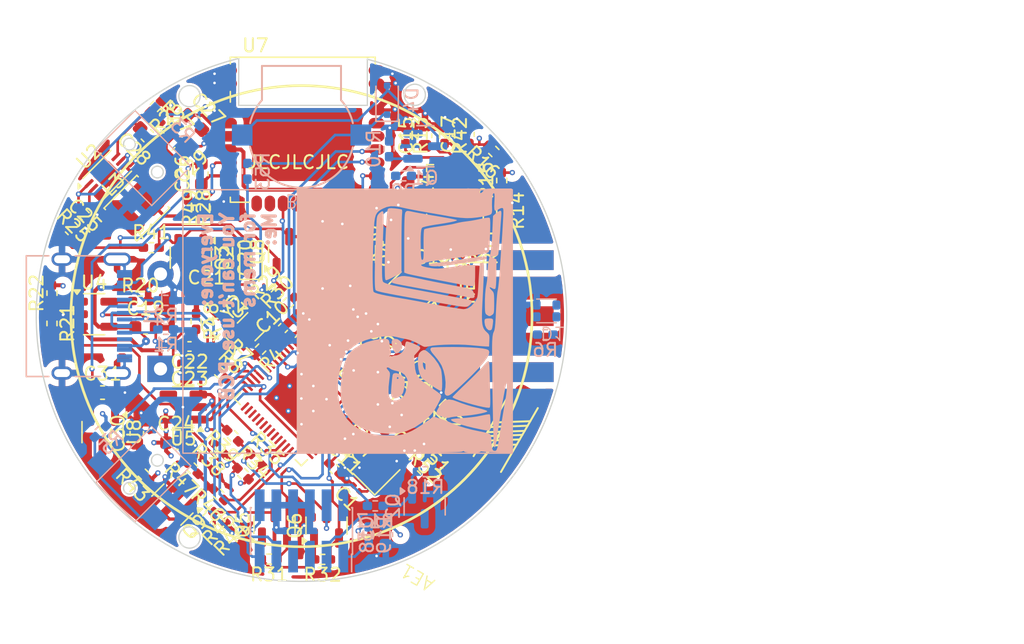
<source format=kicad_pcb>
(kicad_pcb (version 20241229) (generator "pcbnew") (generator_version "9.0")
  (layers (0 "F.Cu" signal) (4 "In1.Cu" power) (6 "In2.Cu" power) (2 "B.Cu" signal) (13 "F.Paste" user) (15 "B.Paste" user) (5 "F.SilkS" user "F.Silkscreen") (7 "B.SilkS" user "B.Silkscreen") (1 "F.Mask" user) (3 "B.Mask" user) (25 "Edge.Cuts" user))
  (net 0 "")
  (net 1 "GND")
  (net 2 "/Display/TFT_SDI")
  (net 3 "/Display/TFT_SCK")
  (net 4 "/Display/TFT_CS")
  (net 5 "/Display/TFT_LEDK")
  (net 6 "/Display/TFT_D{slash}C")
  (net 7 "/Display/TFT_RST")
  (net 8 "/ESP32/XTAL_P")
  (net 9 "Net-(Q1-G)")
  (net 10 "/Battery&BMS/VBAT")
  (net 11 "VBUS")
  (net 12 "+1V8")
  (net 13 "/RYS8830/RXD")
  (net 14 "/RYS8830/TXD")
  (net 15 "/ESP32/D-")
  (net 16 "/ESP32/D+")
  (net 17 "+3.3V")
  (net 18 "/ESP32/XTAL_N")
  (net 19 "/ESP32/XTAL_32K_P")
  (net 20 "/ESP32/XTAL_32K_N")
  (net 21 "/RYS8830/+0.92V")
  (net 22 "VDD3P3_RTC")
  (net 23 "Net-(C12-Pad2)")
  (net 24 "Net-(U1-LNA_IN)")
  (net 25 "+VBAT")
  (net 26 "Net-(U7-LDO1_OUT)")
  (net 27 "Net-(U7-LDO2_OUT)")
  (net 28 "Net-(Q2-G)")
  (net 29 "/Battery&BMS/BAT_SENSE_EN")
  (net 30 "Net-(J1-CC1)")
  (net 31 "Net-(J1-CC2)")
  (net 32 "/ESP32/IO0")
  (net 33 "/ESP32/IO1")
  (net 34 "/ESP32/USB_D+")
  (net 35 "/ESP32/USB_D-")
  (net 37 "Net-(U3-AUX_DA)")
  (net 38 "Net-(U3-AUX_CL)")
  (net 39 "/Display/TFT_LED_PIN")
  (net 40 "/Battery&BMS/CHG_ST")
  (net 41 "/ESP32/GPS_TXD")
  (net 42 "/ESP32/GPS_RXD")
  (net 44 "/ESP32/GPS_EN")
  (net 45 "/ESP32/GPS_RST")
  (net 49 "/ESP32/GPS_PSS")
  (net 51 "/ESP32/BUZZER_EN")
  (net 52 "/ESP32/LED1")
  (net 53 "Net-(U3-AD0)")
  (net 56 "/Display/TFT_LEDA")
  (net 57 "Net-(BZ1--)")
  (net 59 "/ESP32/BAT_VSENSE")
  (net 60 "Net-(U3-REGOUT)")
  (net 65 "Net-(U3-FSYNC)")
  (net 68 "Net-(U3-CLKIN)")
  (net 70 "/ACCELEROMETER/MPU_SDA")
  (net 72 "Net-(U3-CPOUT)")
  (net 77 "/ACCELEROMETER/MPU_INT")
  (net 78 "Net-(U1-GPIO45)")
  (net 80 "/RYS8830/GNSS_+1.8V")
  (net 81 "/ACCELEROMETER/MPU_SCL")
  (net 86 "Net-(U1-GPIO46)")
  (net 87 "/RYS8830/PPS")
  (net 91 "Net-(U1-CHIP_PU)")
  (net 103 "Net-(AE1-FEED)")
  (net 104 "Net-(U4-STAT)")
  (net 105 "Net-(U4-PROG)")
  (net 106 "Net-(Q7-S)")
  (net 107 "Net-(Q9-G)")
  (net 108 "Net-(Q9-D)")
  (net 110 "Net-(Q4-D)")
  (net 111 "GNSS_+1V8")
  (net 112 "/Battery&BMS/+VBAT_IN")
  (net 113 "/Battery&BMS/+3V3_IN")
  (net 114 "Net-(BZ1-+)")
  (net 115 "/RYS8830/FB")
  (net 116 "/RYS8830/SW")
  (net 117 "Net-(Q5-D)")
  (net 118 "Net-(Q6-D)")
  (net 119 "Net-(U7-P06{slash}BOOT_REC)")
  (net 120 "Net-(U7-RTC_CLK_IN)")
  (net 121 "Net-(U7-LDO_IN)")
  (footprint "Package_DFN_QFN:QFN-56-1EP_7x7mm_P0.4mm_EP4x4mm" (layer "F.Cu") (at 149.990452 111.25 -135)
    (property "Reference" "U1")
    (property "Value" "ESP32-S3FH4R2")
  )
  (footprint "Resistor_SMD:R_0402_1005Metric_Pad0.72x0.64mm_HandSolder" (layer "F.Cu") (at 133.5 97.3 135)
    (property "Reference" "R25")
    (property "Value" "1M")
  )
  (footprint "Capacitor_SMD:C_0603_1608Metric" (layer "F.Cu") (at 158.1 95.6 -90)
    (property "Reference" "C14")
    (property "Value" "10nF")
  )
  (footprint "Sensor_Motion:InvenSense_QFN-24_4x4mm_P0.5mm" (layer "F.Cu") (at 161.65 95.65 180)
    (property "Reference" "U3")
    (property "Value" "MPU-6050")
  )
  (footprint "Resistor_SMD:R_0402_1005Metric_Pad0.72x0.64mm_HandSolder" (layer "F.Cu") (at 165.2 94.7025 90)
    (property "Reference" "R15")
    (property "Value" "4.7K")
  )
  (footprint "Package_TO_SOT_SMD:SOT-23-3" (layer "F.Cu") (at 149.0625 100.1 90)
    (property "Reference" "Q8")
    (property "Value" "DMP1045U-7")
  )
  (footprint "Resistor_SMD:R_0402_1005Metric_Pad0.72x0.64mm_HandSolder" (layer "F.Cu") (at 160.859188 91.295227 -90)
    (property "Reference" "R42")
    (property "Value" "0")
  )
  (footprint "Capacitor_SMD:C_0402_1005Metric_Pad0.74x0.62mm_HandSolder" (layer "F.Cu") (at 157.7 110.7 -45)
    (property "Reference" "C12")
    (property "Value" "C_Small")
  )
  (footprint "Resistor_SMD:R_0402_1005Metric_Pad0.72x0.64mm_HandSolder" (layer "F.Cu") (at 143.8 109.3 -45)
    (property "Reference" "R8")
    (property "Value" "22")
  )
  (footprint "Diode_SMD:D_SOD-323F" (layer "F.Cu") (at 152.2 104.1 -135)
    (property "Reference" "D3")
    (property "Value" "ZLLS410TA")
  )
  (footprint "Capacitor_SMD:C_0201_0603Metric" (layer "F.Cu") (at 143.9 105.3 135)
    (property "Reference" "C4")
    (property "Value" "C_Small")
  )
  (footprint "Capacitor_SMD:C_0603_1608Metric" (layer "F.Cu") (at 140.5 114.6)
    (property "Reference" "C24")
    (property "Value" "10uF")
  )
  (footprint "Capacitor_SMD:C_0402_1005Metric_Pad0.74x0.62mm_HandSolder" (layer "F.Cu") (at 155.3 106.9 45)
    (property "Reference" "C8")
    (property "Value" "1uF")
  )
  (footprint "Resistor_SMD:R_0402_1005Metric_Pad0.72x0.64mm_HandSolder" (layer "F.Cu") (at 162.068629 99.7 -90)
    (property "Reference" "R12")
    (property "Value" "4.7K")
  )
  (footprint "Package_TO_SOT_SMD:SOT-23" (layer "F.Cu") (at 151.9 120.9 90)
    (property "Reference" "Q6")
    (property "Value" "BSS138")
  )
  (footprint "Resistor_SMD:R_0402_1005Metric_Pad0.72x0.64mm_HandSolder" (layer "F.Cu") (at 148.1 103.3 45)
    (property "Reference" "R29")
    (property "Value" "0")
  )
  (footprint "Package_TO_SOT_SMD:SOT-23" (layer "F.Cu") (at 158.2 103.2 -135)
    (property "Reference" "Q7")
    (property "Value" "BSS138")
  )
  (footprint "Package_TO_SOT_SMD:SOT-23-5" (layer "F.Cu") (at 141.032583 111.9 180)
    (property "Reference" "U5")
    (property "Value" "ME6217C33M5G")
  )
  (footprint "Resistor_SMD:R_0402_1005Metric_Pad0.72x0.64mm_HandSolder" (layer "F.Cu") (at 160.061871 101.311871 -45)
    (property "Reference" "R33")
    (property "Value" "10K")
  )
  (footprint "Resistor_SMD:R_0402_1005Metric_Pad0.72x0.64mm_HandSolder" (layer "F.Cu") (at 138.6025 99.8)
    (property "Reference" "R41")
    (property "Value" "0")
  )
  (footprint "Capacitor_SMD:C_0402_1005Metric_Pad0.74x0.62mm_HandSolder" (layer "F.Cu") (at 159.6 111.8 -135)
    (property "Reference" "C13")
    (property "Value" "C_Small")
  )
  (footprint "Inductor_SMD:L_0402_1005Metric" (layer "F.Cu") (at 154.451283 108.658265 135)
    (property "Reference" "L1")
    (property "Value" "L_Small")
  )
  (footprint "Resistor_SMD:R_0402_1005Metric_Pad0.72x0.64mm_HandSolder" (layer "F.Cu") (at 165.2 97 -90)
    (property "Reference" "R14")
    (property "Value" "0")
  )
  (footprint "Package_DFN_QFN:DFN-6-1EP_3x2mm_P0.5mm_EP1.65x1.35mm" (layer "F.Cu") (at 135.249497 94.26967 45)
    (property "Reference" "U2")
    (property "Value" "LTC3549EDCB#TRMPBF")
  )
  (footprint "Capacitor_SMD:C_0603_1608Metric" (layer "F.Cu") (at 134.9 110.8)
    (property "Reference" "C31")
    (property "Value" "4.7uF")
  )
  (footprint "Capacitor_SMD:C_0402_1005Metric_Pad0.74x0.62mm_HandSolder" (layer "F.Cu") (at 148.6 105.9 45)
    (property "Reference" "C10")
    (property "Value" "0.1uF")
  )
  (footprint "Capacitor_SMD:C_0201_0603Metric" (layer "F.Cu") (at 145.7 103.5 135)
    (property "Reference" "C3")
    (property "Value" "C_Small")
  )
  (footprint "Package_TO_SOT_SMD:SOT-23-3" (layer "F.Cu") (at 141.6 100.5625 -90)
    (property "Reference" "Q3")
    (property "Value" "DMP1045U-7")
  )
  (footprint "Capacitor_SMD:C_0603_1608Metric" (layer "F.Cu") (at 142.4 94.2 90)
    (property "Reference" "C26")
    (property "Value" "4.7uF")
  )
  (footprint "Resistor_SMD:R_0402_1005Metric_Pad0.72x0.64mm_HandSolder" (layer "F.Cu") (at 144.5 108.5 -45)
    (property "Reference" "R7")
    (property "Value" "22")
  )
  (footprint "Inductor_SMD:L_0402_1005Metric" (layer "F.Cu") (at 160.657053 113.657053 -45)
    (property "Reference" "L2")
    (property "Value" "L")
  )
  (footprint "Resistor_SMD:R_0402_1005Metric_Pad0.72x0.64mm_HandSolder" (layer "F.Cu") (at 156.5625 99.5 90)
    (property "Reference" "R50")
    (property "Value" "10K")
  )
  (footprint "Capacitor_SMD:C_0603_1608Metric" (layer "F.Cu") (at 138.3 91.3 135)
    (property "Reference" "C28")
    (property "Value" "220pF")
  )
  (footprint "Capacitor_SMD:C_0402_1005Metric_Pad0.74x0.62mm_HandSolder" (layer "F.Cu") (at 156.7 112.6 -45)
    (property "Reference" "C6")
    (property "Value" "10nF")
  )
  (footprint "Resistor_SMD:R_0402_1005Metric_Pad0.72x0.64mm_HandSolder" (layer "F.Cu") (at 160.2 115.6 135)
    (property "Reference" "R52")
    (property "Value" "0")
  )
  (footprint "Capacitor_SMD:C_0603_1608Metric" (layer "F.Cu") (at 141.9 90.3 -45)
    (property "Reference" "C27")
    (property "Value" "4.7uF")
  )
  (footprint "Resistor_SMD:R_0402_1005Metric_Pad0.72x0.64mm_HandSolder" (layer "F.Cu") (at 131.0625 105.552501 -90)
    (property "Reference" "R21")
    (property "Value" "220")
  )
  (footprint "Resistor_SMD:R_0402_1005Metric_Pad0.72x0.64mm_HandSolder" (layer "F.Cu") (at 163.2 99.6975 -90)
    (property "Reference" "R11")
    (property "Value" "4.7K")
  )
  (footprint "Package_TO_SOT_SMD:SOT-23" (layer "F.Cu") (at 147.95 120.8375 90)
    (property "Reference" "Q5")
    (property "Value" "BSS138")
  )
  (footprint "Resistor_SMD:R_0402_1005Metric_Pad0.72x0.64mm_HandSolder" (layer "F.Cu") (at 151.6 123.462498 180)
    (property "Reference" "R32")
    (property "Value" "10K")
  )
  (footprint "Package_TO_SOT_SMD:SOT-23" (layer "F.Cu") (at 140.2 119.3 -135)
    (property "Reference" "Q9")
    (property "Value" "DMG6968U")
  )
  (footprint "Resistor_SMD:R_0402_1005Metric_Pad0.72x0.64mm_HandSolder" (layer "F.Cu") (at 144.777504 114.077504 135)
    (property "Reference" "R39")
    (property "Value" "0")
  )
  (footprint "Capacitor_SMD:C_0603_1608Metric" (layer "F.Cu") (at 132.548008 98.348008 -45)
    (property "Reference" "C25")
    (property "Value" "4.7uF")
  )
  (footprint "Package_TO_SOT_SMD:SOT-23-3" (layer "F.Cu") (at 134.9 113.8 -90)
    (property "Reference" "U8")
    (property "Value" "S-1206B18-M3T1G")
  )
  (footprint "REYAS:RYS8830" (layer "F.Cu") (at 150 92.35)
    (property "Reference" "U7")
    (property "Value" "RYS8830")
  )
  (footprint "Resistor_SMD:R_0402_1005Metric_Pad0.72x0.64mm_HandSolder" (layer "F.Cu") (at 143.708839 118.534664 135)
    (property "Reference" "R46")
    (property "Value" "100")
  )
  (footprint "Resistor_SMD:R_0402_1005Metric_Pad0.72x0.64mm_HandSolder" (layer "F.Cu") (at 151.5625 101.1 90)
    (property "Reference" "R24")
    (property "Value" "10K")
  )
  (footprint "TestPoint:TestPoint_Pad_D1.0mm" (layer "F.Cu") (at 159 109.1 180)
    (property "Reference" "TP1")
    (property "Value" "TestPoint")
  )
  (footprint "Package_TO_SOT_SMD:SOT-23-5" (layer "F.Cu") (at 134.2625 104.850001)
    (property "Reference" "U4")
    (property "Value" "MCP73832-2-OT")
  )
  (footprint "Resistor_SMD:R_0402_1005Metric_Pad0.72x0.64mm_HandSolder" (layer "F.Cu") (at 146.9 107.5 -135)
    (property "Reference" "R4")
    (property "Value" "5M")
  )
  (footprint "Capacitor_SMD:C_0402_1005Metric_Pad0.74x0.62mm_HandSolder" (layer "F.Cu") (at 141.5 108.6 180)
    (property "Reference" "C23")
    (property "Value" "0.1uF")
  )
  (footprint "Resistor_SMD:R_0402_1005Metric_Pad0.72x0.64mm_HandSolder" (layer "F.Cu") (at 159.2 116.6 -45)
    (property "Reference" "R51")
    (property "Value" "0")
  )
  (footprint "Resistor_SMD:R_0402_1005Metric_Pad0.72x0.64mm_HandSolder" (layer "F.Cu") (at 164.6 92.5 135)
    (property "Reference" "R16")
    (property "Value" "4.7K")
  )
  (footprint "Resistor_SMD:R_0402_1005Metric_Pad0.72x0.64mm_HandSolder" (layer "F.Cu") (at 154.7 115.1 45)
    (property "Reference" "R23")
    (property "Value" "5M")
  )
  (footprint "Capacitor_SMD:C_0201_0603Metric" (layer "F.Cu") (at 154.173726 118.073726 135)
    (property "Reference" "C1")
    (property "Value" "14pF")
  )
  (footprint "Resistor_SMD:R_0402_1005Metric_Pad0.72x0.64mm_HandSolder" (layer "F.Cu") (at 141.708839 116.534664 135)
    (property "Reference" "R47")
    (property "Value" "10K")
  )
  (footprint "Resistor_SMD:R_0402_1005Metric_Pad0.72x0.64mm_HandSolder" (layer "F.Cu") (at 146.577504 115.877504 -45)
    (property "Reference" "R35")
    (property "Value" "K10K")
  )
  (footprint "Inductor_SMD:L_Cenker_CKCS3012" (layer "F.Cu") (at 137.5 96.8 45)
    (property "Reference" "L3")
    (property "Value" "L")
  )
  (footprint "Connector_Coaxial:SMA_Amphenol_132289_EdgeMount" (layer "F.Cu") (at 166.6 105)
    (property "Reference" "REF**")
    (property "Value" "SMA_Amphenol_132289_EdgeMount")
  )
  (footprint "Resistor_SMD:R_0402_1005Metric_Pad0.72x0.64mm_HandSolder" (layer "F.Cu") (at 149 104 45)
    (property "Reference" "R30")
    (property "Value" "0")
  )
  (footprint "Resistor_SMD:R_0402_1005Metric_Pad0.72x0.64mm_HandSolder" (layer "F.Cu") (at 145.555008 116.955008 -45)
    (property "Reference" "R34")
    (property "Value" "10K")
  )
  (footprint "Capacitor_SMD:C_0402_1005Metric_Pad0.74x0.62mm_HandSolder" (layer "F.Cu") (at 141.5 107.3 180)
    (property "Reference" "C22")
    (property "Value" "10uF")
  )
  (footprint "Capacitor_SMD:C_0603_1608Metric" (layer "F.Cu") (at 140.648008 92.651992 -135)
    (property "Reference" "C29")
    (property "Value" "4.7uF")
  )
  (footprint "ANTENNA:ESP32_ZERO_ANT" (layer "F.Cu") (at 165.5 113.8 150)
    (property "Reference" "AE1")
    (property "Value" "Antenna_Chip")
  )
  (footprint "Capacitor_SMD:C_0603_1608Metric" (layer "F.Cu") (at 159.374264 91.3 90)
    (property "Reference" "C15")
    (property "Value" "0.1uF")
  )
  (footprint "Resistor_SMD:R_0402_1005Metric_Pad0.72x0.64mm_HandSolder" (layer "F.Cu") (at 142.7 96.8 90)
    (property "Reference" "R49")
    (property "Value" "0")
  )
  (footprint "Diode_SMD:D_SOD-323F" (layer "F.Cu") (at 146.1625 100.6 90)
    (property "Reference" "D2")
    (property "Value" "ZLLS410TA")
  )
  (footprint "Capacitor_SMD:C_0402_1005Metric_Pad0.74x0.62mm_HandSolder" (layer "F.Cu") (at 152.5 116.6 -45)
    (property "Reference" "C11")
    (property "Value" "0.1uF")
  )
  (footprint "Capacitor_SMD:C_0603_1608Metric" (layer "F.Cu") (at 138.165 105.850001)
    (property "Reference" "C19")
    (property "Value" "1uF")
  )
  (footprint "Capacitor_SMD:C_0603_1608Metric" (layer "F.Cu") (at 137.5 113.9 90)
    (property "Reference" "C30")
    (property "Value" "4.7uF")
  )
  (footprint "Resistor_SMD:R_0402_1005Metric_Pad0.72x0.64mm_HandSolder" (layer "F.Cu") (at 131.0625 103.250001 90)
    (property "Reference" "R22")
    (property "Value" "220")
  )
  (footprint "Resistor_SMD:R_0402_1005Metric_Pad0.72x0.64mm_HandSolder" (layer "F.Cu") (at 141.4 96.8025 -90)
    (property "Reference" "R28")
    (property "Value" "0")
  )
  (footprint "Capacitor_SMD:C_0402_1005Metric_Pad0.74x0.62mm_HandSolder" (layer "F.Cu") (at 156.1 107.7 45)
    (property "Reference" "C9")
    (property "Value" "0.1uF")
  )
  (footprint "Capacitor_SMD:C_0603_1608Metric" (layer "F.Cu") (at 162.6 91.2 90)
    (property "Reference" "C17")
    (property "Value" "0.1uF")
  )
  (footprint "Resistor_SMD:R_0402_1005Metric_Pad0.72x0.64mm_HandSolder" (layer "F.Cu") (at 157.889339 91.295227 -90)
    (property "Reference" "R13")
    (property "Value" "0")
  )
  (footprint "Capacitor_SMD:C_0603_1608Metric" (layer "F.Cu") (at 144.303922 100.558578 -90)
    (property "Reference" "C20")
    (property "Value" "4.7uF")
  )
  (footprint "Resistor_SMD:R_0402_1005Metric_Pad0.72x0.64mm_HandSolder" (layer "F.Cu") (at 153 105.6 -135)
    (property "Reference" "R37")
    (property "Value" "10K")
  )
  (footprint "Capacitor_SMD:C_0402_1005Metric_Pad0.74x0.62mm_HandSolder" (layer "F.Cu") (at 155.893934 113.383883 -45)
    (property "Reference" "C5")
    (property "Value" "1uF")
  )
  (footprint "Resistor_SMD:R_0402_1005Metric_Pad0.72x0.64mm_HandSolder" (layer "F.Cu") (at 156.922496 108.477504 45)
    (property "Reference" "R40")
    (property "Value" "1K")
  )
  (footprint "Resistor_SMD:R_0402_1005Metric_Pad0.72x0.64mm_HandSolder" (layer "F.Cu") (at 142.9 120.3 -135)
    (property "Reference" "R45")
    (property "Value" "10K")
  )
  (footprint "Resistor_SMD:R_0402_1005Metric_Pad0.72x0.64mm_HandSolder" (layer "F.Cu") (at 142 105.4 -90)
    (property "Reference" "R48")
    (property "Value" "0")
  )
  (footprint "Resistor_SMD:R_0402_1005Metric_Pad0.72x0.64mm_HandSolder" (layer "F.Cu") (at 155.861871 104.711871 135)
    (property "Reference" "R36")
    (property "Value" "K10K")
  )
  (footprint "Package_TO_SOT_SMD:SOT-23" (layer "F.Cu") (at 154.0625 100.3 -90)
    (property "Reference" "Q4")
    (property "Value" "DMG6968U")
  )
  (footprint "Resistor_SMD:R_0402_1005Metric_Pad0.72x0.64mm_HandSolder" (layer "F.Cu") (at 147.55 123.4375 180)
    (property "Reference" "R31")
    (property "Value" "10K")
  )
  (footprint "Resistor_SMD:R_0402_1005Metric_Pad0.72x0.64mm_HandSolder" (layer "F.Cu") (at 139.7 90.7 -45)
    (property "Reference" "R27")
    (property "Value" "51K")
  )
  (footprint "Crystal:Crystal_SMD_2016-4Pin_2.0x1.6mm" (layer "F.Cu") (at 155.7 116.8 45)
    (property "Reference" "Y1")
    (property "Value" "40MHz")
  )
  (footprint "Resistor_SMD:R_0402_1005Metric_Pad0.72x0.64mm_HandSolder" (layer "F.Cu") (at 143.777504 115.077504 135)
    (property "Reference" "R38")
    (property "Value" "0")
  )
  (footprint "Resistor_SMD:R_0402_1005Metric_Pad0.72x0.64mm_HandSolder" (layer "F.Cu") (at 138.922496 89.077504 -135)
    (property "Reference" "R26")
    (property "Value" "100K")
  )
  (footprint "Resistor_SMD:R_0402_1005Metric_Pad0.72x0.64mm_HandSolder" (layer "F.Cu") (at 143.8 121.1 -135)
    (property "Reference" "R44")
    (property "Value" "10K")
  )
  (footprint "Capacitor_SMD:C_0603_1608Metric" (layer "F.Cu") (at 160 99.1 180)
    (property "Reference" "C16")
    (property "Value" "2.2nF")
  )
  (footprint "Resistor_SMD:R_0402_1005Metric_Pad0.72x0.64mm_HandSolder" (layer "F.Cu") (at 137.765 103.850001)
    (property "Reference" "R20")
    (property "Value" "22K")
  )
  (footprint "Capacitor_SMD:C_0402_1005Metric_Pad0.74x0.62mm_HandSolder" (layer "F.Cu") (at 154.5 106.1 45)
    (property "Reference" "C7")
    (property "Value" "10uF")
  )
  (footprint "Crystal:Crystal_SMD_EuroQuartz_EQ161-2Pin_3.2x1.5mm" (layer "F.Cu") (at 146.2 105.8 45)
    (property "Reference" "Y2")
    (property "Value" "32.768KHz")
  )
  (footprint "Capacitor_SMD:C_0201_0603Metric" (layer "F.Cu") (at 157 115.3 -45)
    (property "Reference" "C2")
    (property "Value" "14pF")
  )
  (footprint "Resistor_SMD:R_0402_1005Metric_Pad0.72x0.64mm_HandSolder" (layer "F.Cu") (at 138 117 135)
    (property "Reference" "R43")
    (property "Value" "0")
  )
  (footprint "Capacitor_SMD:C_0603_1608Metric" (layer "F.Cu") (at 142.8 103.5)
    (property "Reference" "C21")
    (property "Value" "4.7uF")
  )
  (footprint "Resistor_SMD:R_0402_1005Metric_Pad0.72x0.64mm_HandSolder" (layer "B.Cu") (at 157.75 94.35)
    (property "Reference" "R9")
    (property "Value" "100")
  )
  (footprint "Package_TO_SOT_SMD:SOT-23" (layer "B.Cu") (at 159.35 119.4375 -90)
    (property "Reference" "Q2")
    (property "Value" "DMG6968U")
  )
  (footprint "Resistor_SMD:R_0402_1005Metric_Pad0.72x0.64mm_HandSolder" (layer "B.Cu") (at 155.6 119.4)
    (property "Reference" "R17")
    (property "Value" "10K")
  )
  (footprint "Resistor_SMD:R_0402_1005Metric_Pad0.72x0.64mm_HandSolder" (layer "B.Cu") (at 139.7 103.8)
    (property "Reference" "R2")
    (property "Value" "5K1")
  )
  (footprint "Resistor_SMD:R_0402_1005Metric_Pad0.72x0.64mm_HandSolder" (layer "B.Cu") (at 141.8 90.1 -45)
    (property "Reference" "R3")
    (property "Value" "10K")
  )
  (footprint "Resistor_SMD:R_0402_1005Metric_Pad0.72x0.64mm_HandSolder" (layer "B.Cu") (at 168.5025 106.4)
    (property "Reference" "R6")
    (property "Value" "1K")
  )
  (footprint "SM_BUZZER:CL9032A-CLDZ-SMD Passive Buzzer" (layer "B.Cu") (at 150 91.25)
    (property "Reference" "BZ1")
    (property "Value" "Buzzer")
  )
  (footprint "Resistor_SMD:R_0402_1005Metric_Pad0.72x0.64mm_HandSolder" (layer "B.Cu") (at 155.1 121.5975 90)
    (property "Reference" "R19")
    (property "Value" "22")
  )
  (footprint "Connector_USB:USB_C_Receptacle_XKB_U262-16XN-4BVC11" (layer "B.Cu") (at 132.9 105 90)
    (property "Reference" "J1")
    (property "Value" "USB_C_Receptacle_USB2.0_16P")
  )
  (footprint "Diode_SMD:D_SOD-323F" (layer "B.Cu") (at 156.5 88.6 90)
    (property "Reference" "D4")
    (property "Value" "ZLLS410TA")
  )
  (footprint "Capacitor_SMD:C_0603_1608Metric" (layer "B.Cu") (at 156.4 121.575 -90)
    (property "Reference" "C18")
    (property "Value" "0.1u")
  )
  (footprint "Package_TO_SOT_SMD:SOT-23" (layer "B.Cu") (at 159.4 92.1)
    (property "Reference" "Q1")
    (property "Value" "DMG6968U")
  )
  (footprint "Resistor_SMD:R_0402_1005Metric_Pad0.72x0.64mm_HandSolder" (layer "B.Cu") (at 139.7 106)
    (property "Reference" "R1")
    (property "Value" "5K1")
  )
  (footprint "Project:meme_2" (layer "B.Cu") (at 157.8 105.3 -90)
    (property "Reference" "meme_2" (hide yes))
    (property "Value" "LOGO" (hide yes))
  )
  (footprint "SM_SWITCH:Tact Switch-TK-074-4 Pin SMD" (layer "B.Cu") (at 138 93 -45)
    (property "Reference" "SW1" (hide yes))
    (property "Value" "TK-074-4")
    (fp_circle (center -1.5 0) (end -1.052786 0) (stroke (width 0.1)) (fill no) (layer "Edge.Cuts"))
    (fp_circle (center 1.5 0) (end 1.947214 0) (stroke (width 0.1)) (fill no) (layer "Edge.Cuts"))
  )
  (footprint "Resistor_SMD:R_0402_1005Metric_Pad0.72x0.64mm_HandSolder" (layer "B.Cu") (at 156.65 92.3 -90)
    (property "Reference" "R10")
    (property "Value" "47K")
  )
  (footprint "SM_LED:XL-0807RGBC-WS2812B" (layer "B.Cu") (at 168.6 104.6)
    (property "Reference" "D1")
    (property "Value" "WS2812B-0807")
  )
  (footprint "Resistor_SMD:R_0402_1005Metric_Pad0.72x0.64mm_HandSolder" (layer "B.Cu") (at 134.739376 113.760624 45)
    (property "Reference" "R5")
    (property "Value" "10K")
  )
  (footprint "Connector_PinHeader_1.27mm:PinHeader_2x06_P1.27mm_Vertical_SMD" (layer "B.Cu") (at 150 121.3 90)
    (property "Reference" "J3")
    (property "Value" "Conn_02x06_Odd_Even")
  )
  (footprint "SM_SWITCH:Tact Switch-TK-074-4 Pin SMD" (layer "B.Cu") (at 138 117 45)
    (property "Reference" "SW2" (hide yes))
    (property "Value" "TK-074-4")
    (fp_circle (center -1.5 0) (end -1.052786 0) (stroke (width 0.1)) (fill no) (layer "Edge.Cuts"))
    (fp_circle (center 1.5 0) (end 1.947214 0) (stroke (width 0.1)) (fill no) (layer "Edge.Cuts"))
  )
  (footprint "Resistor_SMD:R_0402_1005Metric_Pad0.72x0.64mm_HandSolder" (layer "B.Cu") (at 145.9 94.0025 90)
    (property "Reference" "R53")
    (property "Value" "0")
  )
  (footprint "Resistor_SMD:R_0402_1005Metric_Pad0.72x0.64mm_HandSolder" (layer "B.Cu") (at 159.4 116.8)
    (property "Reference" "R18")
    (property "Value" "1M")
  )
  (footprint "BATTERY:WLY902025" (layer "B.Cu") (at 141.1 105.2 -90)
    (property "Reference" "BT1")
    (property "Value" "Battery_Cell")
  )
  (gr_circle (center 150 105) (end 167.5 105) (stroke (width 0.2)) (fill no) (layer "F.SilkS"))
  (gr_line (start 145.23565 89) (end 155 89) (stroke (width 0.1)) (layer "Edge.Cuts"))
  (gr_line (start 155 89) (end 155 85.5) (stroke (width 0.1)) (layer "Edge.Cuts"))
  (gr_circle (center 158.6 88.2) (end 159.4 88.3) (stroke (width 0.1)) (fill no) (layer "Edge.Cuts"))
  (gr_line (start 145.23565 85.44109) (end 145.23565 89) (stroke (width 0.1)) (layer "Edge.Cuts"))
  (gr_circle (center 141.5 88.3) (end 142.3 88.4) (stroke (width 0.1)) (fill no) (layer "Edge.Cuts"))
  (gr_arc (start 155 85.5) (mid 149.878549 125.130456) (end 145.23565 85.44109) (stroke (width 0.1)) (layer "Edge.Cuts"))
  (gr_circle (center 141.5 121.8) (end 142.3 121.9) (stroke (width 0.1)) (fill no) (layer "Edge.Cuts"))
  (gr_text "JLCJLCJLC" (at 145.8 93.9 0) (layer "F.SilkS") (effects (font (size 1 1)) (justify left bottom)))
  (gr_text "Everyone: \nYou can't use PCB \nfor mems\nMe:" (at 148.15 97 90) (layer "B.SilkS") (effects (font (size 1 1) (thickness 0.25) (bold yes)) (justify left bottom mirror)))
  (segment (start 145.473726 103.273726) (end 145.426274 103.273726) (width 0.2) (layer "F.Cu") (net 1))
  (segment (start 139.64353 117.417705) (end 139.64353 117.19353) (width 0.3) (layer "F.Cu") (net 1))
  (segment (start 147.677504 103.677504) (end 147 103) (width 0.2) (layer "F.Cu") (net 1))
  (segment (start 157.532628 96.375) (end 157.35 96.557628) (width 0.2) (layer "F.Cu") (net 1))
  (segment (start 140.191161 117.965336) (end 139.64353 117.417705) (width 0.3) (layer "F.Cu") (net 1))
  (segment (start 134.077504 97.722496) (end 134.5 97.3) (width 0.2) (layer "F.Cu") (net 1))
  (segment (start 156.295217 113.785166) (end 156.680383 113.4) (width 0.2) (layer "F.Cu") (net 1))
  (segment (start 149.001283 105.498717) (end 149.429713 105.498717) (width 0.2) (layer "F.Cu") (net 1))
  (segment (start 140.587832 116.112168) (end 140.4 116.3) (width 0.3) (layer "F.Cu") (net 1))
  (segment (start 140.95 108) (end 140.95 108.5825) (width 0.25) (layer "F.Cu") (net 1))
  (segment (start 141.925 114.764736) (end 141.925 114.81996) (width 0.25) (layer "F.Cu") (net 1))
  (segment (start 152.901283 117.001283) (end 153.101283 117.001283) (width 0.2) (layer "F.Cu") (net 1))
  (segment (start 137.654768 112.342646) (end 137.835172 112.342646) (width 0.25) (layer "F.Cu") (net 1))
  (segment (start 140.9325 108.6) (end 140.9325 109.13809) (width 0.25) (layer "F.Cu") (net 1))
  (segment (start 138.94 105.850001) (end 138.94 106.86) (width 0.2) (layer "F.Cu") (net 1))
  (segment (start 134.233031 95.286136) (end 133.9 95.619167) (width 0.2) (layer "F.Cu") (net 1))
  (segment (start 157.226275 115.795907) (end 157.811091 115.211091) (width 0.2) (layer "F.Cu") (net 1))
  (segment (start 156.101283 106.898717) (end 156.501283 107.298717) (width 0.2) (layer "F.Cu") (net 1))
  (segment (start 142.396016 92.103984) (end 142.6 91.9) (width 0.2) (layer "F.Cu") (net 1))
  (segment (start 138.94 106.86) (end 138.9 106.9) (width 0.2) (layer "F.Cu") (net 1))
  (segment (start 143.673726 105.026274) (end 144.1 104.6) (width 0.2) (layer "F.Cu") (net 1))
  (segment (start 133.9 96.7) (end 134.5 97.3) (width 0.2) (layer "F.Cu") (net 1))
  (segment (start 155.7 95.35) (end 155.7 96.8) (width 0.2) (layer "F.Cu") (net 1))
  (segment (start 140.9325 107.3) (end 140.9325 107.9825) (width 0.25) (layer "F.Cu") (net 1))
  (segment (start 156.5625 100.0975) (end 156.5625 100.8625) (width 0.2) (layer "F.Cu") (net 1))
  (segment (start 153.592692 117.5) (end 153.443499 117.350807) (width 0.2) (layer "F.Cu") (net 1))
  (segment (start 133.096016 98.896016) (end 133.646016 98.346016) (width 0.2) (layer "F.Cu") (net 1))
  (segment (start 154.816117 116.906066) (end 154.410051 116.5) (width 0.2) (layer "F.Cu") (net 1))
  (segment (start 155.301283 106.098717) (end 154.901283 105.698717) (width 0.2) (layer "F.Cu") (net 1))
  (segment (start 153.1125 99.3625) (end 153.1125 98.0125) (width 0.2) (layer "F.Cu") (net 1))
  (segment (start 157.889339 90.697727) (end 157.889339 90.010661) (width 0.2) (layer "F.Cu") (net 1))
  (segment (start 144.5 87.35) (end 143.45 87.35) (width 0.25) (layer "F.Cu") (net 1))
  (segment (start 160.859188 89.940812) (end 160.9 89.9) (width 0.2) (layer "F.Cu") (net 1))
  (segment (start 159.7 96.9) (end 158.625 96.9) (width 0.2) (layer "F.Cu") (net 1))
  (segment (start 162.6 90.425) (end 162.225 90.425) (width 0.2) (layer "F.Cu") (net 1))
  (segment (start 138.3625 103.0375) (end 138.4 103) (width 0.2) (layer "F.Cu") (net 1))
  (segment (start 165.9975 96.4025) (end 166 96.4) (width 0.2) (layer "F.Cu") (net 1))
  (segment (start 135.849999 112.6625) (end 137.0375 112.6625) (width 0.25) (layer "F.Cu") (net 1))
  (segment (start 141.275 114.6) (end 141.760264 114.6) (width 0.25) (layer "F.Cu") (net 1))
  (segment (start 140.9325 107.9825) (end 140.95 108) (width 0.25) (layer "F.Cu") (net 1))
  (segment (start 144.5 86.35) (end 143.65 86.35) (width 0.25) (layer "F.Cu") (net 1))
  (segment (start 143.65 86.35) (end 143.4 86.6) (width 0.25) (layer "F.Cu") (net 1))
  (segment (start 157.101283 113.001283) (end 157.602564 112.5) (width 0.2) (layer "F.Cu") (net 1))
  (segment (start 159.374264 89.625736) (end 159.4 89.6) (width 0.2) (layer "F.Cu") (net 1))
  (segment (start 153.6 117.5) (end 153.947452 117.847452) (width 0.2) (layer "F.Cu") (net 1))
  (segment (start 153.6 117.5) (end 153.592692 117.5) (width 0.2) (layer "F.Cu") (net 1))
  (segment (start 162.225 90.425) (end 161.8 90) (width 0.2) (layer "F.Cu") (net 1))
  (segment (start 158.625 96.9) (end 158.1 96.375) (width 0.2) (layer "F.Cu") (net 1))
  (segment (start 141.286343 116.112168) (end 140.587832 116.112168) (width 0.3) (layer "F.Cu") (net 1))
  (segment (start 133.125 104.850001) (end 131.949999 104.850001) (width 0.25) (layer "F.Cu") (net 1))
  (segment (start 157.05 89.35) (end 157.1 89.3) (width 0.25) (layer "F.Cu") (net 1))
  (segment (start 139.344992 88.655008) (end 139.755008 88.655008) (width 0.25) (layer "F.Cu") (net 1))
  (segment (start 144.1 95.75) (end 144.1 96.3) (width 0.25) (layer "F.Cu") (net 1))
  (segment (start 143.45 87.35) (end 143.4 87.3) (width 0.25) (layer "F.Cu") (net 1))
  (segment (start 133.922496 97.722496) (end 133.922496 98.069536) (width 0.2) (layer "F.Cu") (net 1))
  (segment (start 156.65 86.35) (end 156.9 86.6) (width 0.25) (layer "F.Cu") (net 1))
  (segment (start 155.7 86.35) (end 156.65 86.35) (width 0.25) (layer "F.Cu") (net 1))
  (segment (start 143.45 89.35) (end 143.4 89.4) (width 0.25) (layer "F.Cu") (net 1))
  (segment (start 153.3 116.602566) (end 153.3 116.5) (width 0.2) (layer "F.Cu") (net 1))
  (segment (start 155.701283 106.498717) (end 156.101283 106.898717) (width 0.2) (layer "F.Cu") (net 1))
  (segment (start 144.303922 101.333578) (end 143.666422 101.333578) (width 0.2) (layer "F.Cu") (net 1))
  (segment (start 157.226275 115.999999) (end 157.226275 115.795907) (width 0.2) (layer "F.Cu") (net 1))
  (segment (start 155.352566 106.15) (end 155.301283 106.15) (width 0.2) (layer "F.Cu") (net 1))
  (segment (start 156.702566 113.4) (end 157.101283 113.001283) (width 0.2) (layer "F.Cu") (net 1))
  (segment (start 133.922496 97.722496) (end 134.077504 97.722496) (width 0.2) (layer "F.Cu") (net 1))
  (segment (start 153.101283 117.001283) (end 153.6 117.5) (width 0.2) (layer "F.Cu") (net 1))
  (segment (start 147.677504 103.722496) (end 147.677504 103.677504) (width 0.2) (layer "F.Cu") (net 1))
  (segment (start 138.3625 103.850001) (end 138.3625 103.0375) (width 0.2) (layer "F.Cu") (net 1))
  (segment (start 153.443499 117.350807) (end 153.443499 117.299) (width 0.2) (layer "F.Cu") (net 1))
  (segment (start 158.1 96.375) (end 157.532628 96.375) (width 0.2) (layer "F.Cu") (net 1))
  (segment (start 149.429713 105.498717) (end 150.135967 104.792463) (width 0.2) (layer "F.Cu") (net 1))
  (segment (start 154.266421 105.063855) (end 154.266421 105.05) (width 0.2) (layer "F.Cu") (net 1))
  (segment (start 140.95 108.5825) (end 140.9325 108.6) (width 0.25) (layer "F.Cu") (net 1))
  (segment (start 148.577504 104.422496) (end 148.377504 104.422496) (width 0.2) (layer "F.Cu") (net 1))
  (segment (start 155.7 89.35) (end 157.05 89.35) (width 0.25) (layer "F.Cu") (net 1))
  (segment (start 142.170083 111.9) (end 141 111.9) (width 0.25) (layer "F.Cu") (net 1))
  (segment (start 141.760264 114.6) (end 141.925 114.764736) (width 0.25) (layer "F.Cu") (net 1))
  (segment (start 165.2 96.4025) (end 165.9975 96.4025) (width 0.2) (layer "F.Cu") (net 1))
  (segment (start 153.1125 98.0125) (end 153.1 98) (width 0.2) (layer "F.Cu") (net 1))
  (segment (start 137.0375 112.6625) (end 137.5 113.125) (width 0.25) (layer "F.Cu") (net 1))
  (segment (start 137.5 113.125) (end 137.5 112.497414) (width 0.25) (layer "F.Cu") (net 1))
  (segment (start 144.5 95.35) (end 144.1 95.75) (width 0.25) (layer "F.Cu") (net 1))
  (segment (start 137.006586 93.606757) (end 137.408662 93.204681) (width 0.2) (layer "F.Cu") (net 1))
  (segment (start 160.859188 90.697727) (end 160.859188 89.940812) (width 0.2) (layer "F.Cu") (net 1))
  (segment (start 156.7 113.4) (end 156.702566 113.4) (width 0.2) (layer "F.Cu") (net 1))
  (segment (start 154.410051 116.5) (end 154.4 116.5) (width 0.2) (layer "F.Cu") (net 1))
  (segment (start 148.377504 104.422496) (end 147.677504 103.722496) (width 0.2) (layer "F.Cu") (net 1))
  (segment (start 155.701283 106.498717) (end 155.352566 106.15) (width 0.2) (layer "F.Cu") (net 1))
  (segment (start 139.755008 88.655008) (end 140.1 89) (width 0.25) (layer "F.Cu") (net 1))
  (segment (start 140.9325 109.13809) (end 140.775434 109.295156) (width 0.25) (layer "F.Cu") (net 1))
  (segment (start 143.666422 101.333578) (end 143.2 101.8) (width 0.2) (layer "F.Cu") (net 1))
  (segment (start 159.225 99.1) (end 158.1 99.1) (width 0.2) (layer "F.Cu") (net 1))
  (segment (start 156.5625 100.8625) (end 156.6 100.9) (width 0.2) (layer "F.Cu") (net 1))
  (segment (start 143.673726 105.073726) (end 143.673726 105.026274) (width 0.2) (layer "F.Cu") (net 1))
  (segment (start 133.922496 98.069536) (end 133.096016 98.896016) (width 0.2) (layer "F.Cu") (net 1))
  (segment (start 145.426274 103.273726) (end 145 103.7) (width 0.2) (layer "F.Cu") (net 1))
  (segment (start 144.5 89.35) (end 143.45 89.35) (width 0.25) (layer "F.Cu") (net 1))
  (segment (start 137.5 112.497414) (end 137.654768 112.342646) (width 0.25) (layer "F.Cu") (net 1))
  (segment (start 144.5 103.5) (end 143.575 103.5) (width 0.2) (layer "F.Cu") (net 1))
  (segment (start 155.7 87.35) (end 157.107549 87.35) (width 0.25) (layer "F.Cu") (net 1))
  (segment (start 157.226274 115.526274) (end 157.226275 115.999999) (width 0.2) (layer "F.Cu") (net 1))
  (segment (start 157.889339 90.010661) (end 157.9 90) (width 0.2) (layer "F.Cu") (net 1))
  (segment (start 160.001283 111.398717) (end 160.6 110.8) (width 0.2) (layer "F.Cu") (net 1))
  (segment (start 131.949999 104.850001) (end 131.9 104.9) (width 0.25) (layer "F.Cu") (net 1))
  (segment (start 141.196016 92.103984) (end 142.396016 92.103984) (width 0.2) (layer "F.Cu") (net 1))
  (segment (start 154.901283 105.698717) (end 154.266421 105.063855) (width 0.2) (layer "F.Cu") (net 1))
  (segment (start 136.619516 93.606757) (end 137.006586 93.606757) (width 0.2) (layer "F.Cu") (net 1))
  (segment (start 156.583883 116.693934) (end 157.226275 116.051542) (width 0.2) (layer "F.Cu") (net 1))
  (segment (start 135.675 110.8) (end 136.6 110.8) (width 0.2) (layer "F.Cu") (net 1))
  (segment (start 157.226275 116.051542) (end 157.226275 115.999999) (width 0.2) (layer "F.Cu") (net 1))
  (segment (start 155.301283 106.15) (end 155.301283 106.098717) (width 0.2) (layer "F.Cu") (net 1))
  (segment (start 157.495908 115.526274) (end 157.811091 115.211091) (width 0.2) (layer "F.Cu") (net 1))
  (segment (start 156.680383 113.4) (end 156.7 113.4) (width 0.2) (layer "F.Cu") (net 1))
  (segment (start 159.374264 90.525) (end 159.374264 89.625736) (width 0.2) (layer "F.Cu") (net 1))
  (segment (start 157.107549 87.35) (end 157.146635 87.310914) (width 0.25) (layer "F.Cu") (net 1))
  (segment (start 152.901283 117.001283) (end 153.3 116.602566) (width 0.2) (layer "F.Cu") (net 1))
  (segment (start 133.9 95.619167) (end 133.9 96.7) (width 0.2) (layer "F.Cu") (net 1))
  (segment (start 157.226274 115.526274) (end 157.495908 115.526274) (width 0.2) (layer "F.Cu") (net 1))
  (via (at 140.4 103) (size 0.4) (drill 0.2) (layers "F.Cu" "B.Cu") (net 1))
  (via (at 157.811091 115.211091) (size 0.4) (drill 0.2) (layers "F.Cu" "B.Cu") (net 1))
  (via (at 156.9 86.6) (size 0.4) (drill 0.2) (layers "F.Cu" "B.Cu") (net 1))
  (via (at 157.35 96.557628) (size 0.4) (drill 0.2) (layers "F.Cu" "B.Cu") (net 1))
  (via (at 143.2 101.8) (size 0.4) (drill 0.2) (layers "F.Cu" "B.Cu") (net 1))
  (via (at 150.9 112.2) (size 0.4) (drill 0.2) (layers "F.Cu" "B.Cu") (net 1))
  (via (at 156.7 90.7) (size 0.4) (drill 0.2) (layers "F.Cu" "B.Cu") (net 1))
  (via (at 139.71588 106.906378) (size 0.4) (drill 0.2) (layers "F.Cu" "B.Cu") (net 1))
  (via (at 143.4 89.4) (size 0.4) (drill 0.2) (layers "F.Cu" "B.Cu") (net 1))
  (via (at 150.2 120.9) (size 0.4) (drill 0.2) (layers "F.Cu" "B.Cu") (net 1))
  (via (at 150.9 110.3) (size 0.4) (drill 0.2) (layers "F.Cu" "B.Cu") (net 1))
  (via (at 137.835172 112.342646) (size 0.4) (drill 0.2) (layers "F.Cu" "B.Cu") (net 1))
  (via (at 141.925 114.81996) (size 0.4) (drill 0.2) (layers "F.Cu" "B.Cu") (net 1))
  (via (at 153.3 116.5) (size 0.4) (drill 0.2) (layers "F.Cu" "B.Cu") (net 1))
  (via (at 141 111.9) (size 0.4) (drill 0.2) (layers "F.Cu" "B.Cu") (net 1))
  (via (at 149.1 110.3) (size 0.4) (drill 0.2) (layers "F.Cu" "B.Cu") (net 1))
  (via (at 133.646016 98.346016) (size 0.4) (drill 0.2) (layers "F.Cu" "B.Cu") (net 1))
  (via (at 155.7 123.2) (size 0.4) (drill 0.2) (layers "F.Cu" "B.Cu") (net 1))
  (via (at 157.1 89.3) (size 0.4) (drill 0.2) (layers "F.Cu" "B.Cu") (net 1))
  (via (at 139.64353 117.19353) (size 0.4) (drill 0.2) (layers "F.Cu" "B.Cu") (net 1))
  (via (at 159.4 89.6) (size 0.4) (drill 0.2) (layers "F.Cu" "B.Cu") (net 1))
  (via (at 156.101283 106.898717) (size 0.4) (drill 0.2) (layers "F.Cu" "B.Cu") (net 1))
  (via (at 138.6 113.5) (size 0.4) (drill 0.2) (layers "F.Cu" "B.Cu") (net 1))
  (via (at 140.1 116.8) (size 0.4) (drill 0.2) (layers "F.Cu" "B.Cu") (net 1))
  (via (at 153.443499 117.299) (size 0.4) (drill 0.2) (layers "F.Cu" "B.Cu") (net 1))
  (via (at 150 109.4) (size 0.4) (drill 0.2) (layers "F.Cu" "B.Cu") (net 1))
  (via (at 140.4 116.3) (size 0.4) (drill 0.2) (layers "F.Cu" "B.Cu") (net 1))
  (via (at 149 112.2) (size 0.4) (drill 0.2) (layers "F.Cu" "B.Cu") (net 1))
  (via (at 138.4 103) (size 0.4) (drill 0.2) (layers "F.Cu" "B.Cu") (net 1))
  (via (at 137.408662 93.204681) (size 0.4) (drill 0.2) (layers "F.Cu" "B.Cu") (net 1))
  (via (at 142.6 91.9) (size 0.4) (drill 0.2) (layers "F.Cu" "B.Cu") (net 1))
  (via (at 155.301283 106.15) (size 0.4) (drill 0.2) (layers "F.Cu" "B.Cu") (net 1))
  (via (at 153.1 98) (size 0.4) (drill 0.2) (layers "F.Cu" "B.Cu") (net 1))
  (via (at 160.6 110.8) (size 0.4) (drill 0.2) (layers "F.Cu" "B.Cu") (net 1))
  (via (at 143.4 86.6) (size 0.4) (drill 0.2) (layers "F.Cu" "B.Cu") (net 1))
  (via (at 154.266421 105.05) (size 0.4) (drill 0.2) (layers "F.Cu" "B.Cu") (net 1))
  (via (at 157.9 90) (size 0.4) (drill 0.2) (layers "F.Cu" "B.Cu") (net 1))
  (via (at 160.9 89.9) (size 0.4) (drill 0.2) (layers "F.Cu" "B.Cu") (net 1))
  (via (at 150.135967 104.792463) (size 0.4) (drill 0.2) (layers "F.Cu" "B.Cu") (net 1))
  (via (at 158.1 99.1) (size 0.4) (drill 0.2) (layers "F.Cu" "B.Cu") (net 1))
  (via (at 149.6 120.9) (size 0.4) (drill 0.2) (layers "F.Cu" "B.Cu") (net 1))
  (via (at 145 103.7) (size 0.4) (drill 0.2) (layers "F.Cu" "B.Cu") (net 1))
  (via (at 158.5 90.2) (size 0.4) (drill 0.2) (layers "F.Cu" "B.Cu") (net 1))
  (via (at 150 113.2) (size 0.4) (drill 0.2) (layers "F.Cu" "B.Cu") (net 1))
  (via (at 136.6 110.8) (size 0.4) (drill 0.2) (layers "F.Cu" "B.Cu") (net 1))
  (via (at 144.1 96.3) (size 0.4) (drill 0.2) (layers "F.Cu" "B.Cu") (net 1))
  (via (at 157.146635 87.310914) (size 0.4) (drill 0.2) (layers "F.Cu" "B.Cu") (net 1))
  (via (at 156.7 113.4) (size 0.4) (drill 0.2) (layers "F.Cu" "B.Cu") (net 1))
  (via (at 155.7 96.8) (size 0.4) (drill 0.2) (layers "F.Cu" "B.Cu") (net 1))
  (via (at 156.6 100.9) (size 0.4) (drill 0.2) (layers "F.Cu" "B.Cu") (net 1))
  (via (at 147 103) (size 0.4) (drill 0.2) (layers "F.Cu" "B.Cu") (net 1))
  (via (at 144.5 103.5) (size 0.4) (drill 0.2) (layers "F.Cu" "B.Cu") (net 1))
  (via (at 140.1 89) (size 0.4) (drill 0.2) (layers "F.Cu" "B.Cu") (net 1))
  (via (at 143.4 87.3) (size 0.4) (drill 0.2) (layers "F.Cu" "B.Cu") (net 1))
  (via (at 157.602564 112.5) (size 0.4) (drill 0.2) (layers "F.Cu" "B.Cu") (net 1))
  (via (at 157.226275 115.999999) (size 0.4) (drill 0.2) (layers "F.Cu" "B.Cu") (net 1))
  (via (at 140.775434 109.295156) (size 0.4) (drill 0.2) (layers "F.Cu" "B.Cu") (net 1))
  (via (at 134.5 97.3) (size 0.4) (drill 0.2) (layers "F.Cu" "B.Cu") (net 1))
  (via (at 140.95 108) (size 0.4) (drill 0.2) (layers "F.Cu" "B.Cu") (net 1))
  (via (at 154.4 116.5) (size 0.4) (drill 0.2) (layers "F.Cu" "B.Cu") (net 1))
  (via (at 166 96.4) (size 0.4) (drill 0.2) (layers "F.Cu" "B.Cu") (net 1))
  (via (at 149.990452 111.25) (size 0.4) (drill 0.2) (layers "F.Cu" "B.Cu") (net 1))
  (via (at 144.1 104.6) (size 0.4) (drill 0.2) (layers "F.Cu" "B.Cu") (net 1))
  (via (at 131.9 104.9) (size 0.4) (drill 0.2) (layers "F.Cu" "B.Cu") (net 1))
  (via (at 161.8 90) (size 0.4) (drill 0.2) (layers "F.Cu" "B.Cu") (net 1))
  (via (at 151.9 111.3) (size 0.4) (drill 0.2) (layers "F.Cu" "B.Cu") (net 1))
  (via (at 148.095599 121.037499) (size 0.4) (drill 0.2) (layers "F.Cu" "B.Cu") (net 1))
  (via (at 146.3 121.2) (size 0.4) (drill 0.2) (layers "F.Cu" "B.Cu") (net 1))
  (via (at 138.9 106.9) (size 0.4) (drill 0.2) (layers "F.Cu" "B.Cu") (net 1))
  (via (at 148.1 111.2) (size 0.4) (drill 0.2) (layers "F.Cu" "B.Cu") (net 1))
  (segment (start 136.57 101.95) (end 136.57 101.245) (width 0.2) (layer "B.Cu") (net 1))
  (segment (start 148.095 119.35) (end 148.095 121.0369) (width 0.2) (layer "B.Cu") (net 1))
  (segment (start 140.2975 103.8) (end 140.2975 103.1025) (width 0.2) (layer "B.Cu") (net 1))
  (segment (start 156.65 90.75) (end 156.7 90.7) (width 0.2) (layer "B.Cu") (net 1))
  (segment (start 140.2975 106) (end 140.2975 106.324758) (width 0.2) (layer "B.Cu") (net 1))
  (segment (start 148.095 121.0369) (end 148.095599 121.037499) (width 0.2) (layer "B.Cu") (net 1))
  (segment (start 136.57 108.755) (end 136.005 109.32) (width 0.2) (layer "B.Cu") (net 1))
  (segment (start 150.635 120.465) (end 150.2 120.9) (width 0.2) (layer "B.Cu") (net 1))
  (segment (start 141.252691 117.848528) (end 141.148528 117.848528) (width 0.2) (layer "B.Cu") (net 1))
  (segment (start 156.4 122.5) (end 155.7 123.2) (width 0.2) (layer "B.Cu") (net 1))
  (segment (start 138.352691 113.747309) (end 138.6 113.5) (width 0.2) (layer "B.Cu") (net 1))
  (segment (start 141.148528 117.848528) (end 140.1 116.8) (width 0.2) (layer "B.Cu") (net 1))
  (segment (start 150.635 119.35) (end 150.635 120.465) (width 0.2) (layer "B.Cu") (net 1))
  (segment (start 136.57 108.35) (end 136.57 108.755) (width 0.2) (layer "B.Cu") (net 1))
  (segment (start 156.4 122.35) (end 156.4 122.5) (width 0.2) (layer "B.Cu") (net 1))
  (segment (start 146.825 120.675) (end 146.3 121.2) (width 0.2) (layer "B.Cu") (net 1))
  (segment (start 140.2975 106.324758) (end 139.71588 106.906378) (width 0.2) (layer "B.Cu") (net 1))
  (segment (start 158.4625 91.15) (end 158.4625 90.2375) (width 0.2) (layer "B.Cu") (net 1))
  (segment (start 149.365 119.35) (end 149.365 120.665) (width 0.2) (layer "B.Cu") (net 1))
  (segment (start 137.151472 113.747309) (end 138.352691 113.747309) (width 0.2) (layer "B.Cu") (net 1))
  (segment (start 149.365 120.665) (end 149.6 120.9) (width 0.2) (layer "B.Cu") (net 1))
  (segment (start 158.4625 90.2375) (end 158.5 90.2) (width 0.2) (layer "B.Cu") (net 1))
  (segment (start 140.2975 103.1025) (end 140.4 103) (width 0.2) (layer "B.Cu") (net 1))
  (segment (start 146.825 119.35) (end 146.825 120.675) (width 0.2) (layer "B.Cu") (net 1))
  (segment (start 136.57 101.245) (end 136.005 100.68) (width 0.2) (layer "B.Cu") (net 1))
  (segment (start 156.65 91.7025) (end 156.65 90.75) (width 0.2) (layer "B.Cu") (net 1))
  (segment (start 149.699649 107.653131) (end 149.741391 107.611389) (width 0.2) (layer "F.Cu") (net 4))
  (segment (start 149.699649 107.699232) (end 149.699649 107.653131) (width 0.2) (layer "F.Cu") (net 4))
  (segment (start 149.739976 107.322569) (end 149.389411 106.972004) (width 0.2) (layer "F.Cu") (net 4))
  (segment (start 149.741391 107.322569) (end 149.739976 107.322569) (width 0.2) (layer "F.Cu") (net 4))
  (segment (start 149.741391 107.611389) (end 149.741391 107.322569) (width 0.2) (layer "F.Cu") (net 4))
  (via (at 149.699649 107.795849) (size 0.4) (drill 0.2) (layers "F.Cu" "B.Cu") (net 4))
  (segment (start 143.8 112.7) (end 145.596171 110.903829) (width 0.2) (layer "B.Cu") (net 4))
  (segment (start 148.2 108.834315) (end 149.335083 107.699232) (width 0.2) (layer "B.Cu") (net 4))
  (segment (start 145.789651 121.467468) (end 145.789651 120.787444) (width 0.2) (layer "B.Cu") (net 4))
  (segment (start 143.8 118.497) (end 143.8 112.7) (width 0.2) (layer "B.Cu") (net 4))
  (segment (start 147.670604 110.6) (end 148.2 110.070604) (width 0.2) (layer "B.Cu") (net 4))
  (segment (start 146.072182 121.75) (end 145.789651 121.467468) (width 0.2) (layer "B.Cu") (net 4))
  (segment (start 145.180025 119.877025) (end 143.8 118.497) (width 0.2) (layer "B.Cu") (net 4))
  (segment (start 148.095 123.25) (end 148.095 122.42) (width 0.2) (layer "B.Cu") (net 4))
  (segment (start 145.596171 110.903829) (end 147.366775 110.903829) (width 0.2) (layer "B.Cu") (net 4))
  (segment (start 149.335083 107.699232) (end 149.699649 107.699232) (width 0.2) (layer "B.Cu") (net 4))
  (segment (start 147.366775 110.903829) (end 147.670604 110.6) (width 0.2) (layer "B.Cu") (net 4))
  (segment (start 145.180025 120.177818) (end 145.180025 119.877025) (width 0.2) (layer "B.Cu") (net 4))
  (segment (start 148.2 110.070604) (end 148.2 108.834315) (width 0.2) (layer "B.Cu") (net 4))
  (segment (start 147.425 121.75) (end 146.072182 121.75) (width 0.2) (layer "B.Cu") (net 4))
  (segment (start 148.095 122.42) (end 147.425 121.75) (width 0.2) (layer "B.Cu") (net 4))
  (segment (start 145.789651 120.787444) (end 145.180025 120.177818) (width 0.2) (layer "B.Cu") (net 4))
  (segment (start 159.35 120.375) (end 159.05 120.075) (width 0.2) (layer "B.Cu") (net 5))
  (segment (start 154.622 120.075) (end 153.2985 121.3985) (width 0.2) (layer "B.Cu") (net 5))
  (segment (start 153.2985 121.3985) (end 152.948 121.749) (width 0.2) (layer "B.Cu") (net 5))
  (segment (start 152.948 121.749) (end 152.576 121.749) (width 0.2) (layer "B.Cu") (net 5))
  (segment (start 151.905 122.42) (end 151.905 123.25) (width 0.2) (layer "B.Cu") (net 5))
  (segment (start 159.05 120.075) (end 154.622 120.075) (width 0.2) (layer "B.Cu") (net 5))
  (segment (start 154.3555 120.3415) (end 153.2985 121.3985) (width 0.2) (layer "B.Cu") (net 5))
  (segment (start 152.576 121.749) (end 151.905 122.42) (width 0.2) (layer "B.Cu") (net 5))
  (segment (start 150.590786 106.971296) (end 150.239513 107.322569) (width 0.2) (layer "F.Cu") (net 6))
  (segment (start 149.865773 114.379427) (end 146.861025 111.374679) (width 0.2) (layer "F.Cu") (net 6))
  (segment (start 153.119879 111.374679) (end 150.115131 114.379427) (width 0.2) (layer "F.Cu") (net 6))
  (segment (start 150.115131 114.379427) (end 149.865773 114.379427) (width 0.2) (layer "F.Cu") (net 6))
  (segment (start 153.119879 111.125321) (end 153.119879 111.374679) (width 0.2) (layer "F.Cu") (net 6))
  (segment (start 146.861025 111.374679) (end 146.861025 110.631761) (width 0.2) (layer "F.Cu") (net 6))
  (segment (start 146.861025 110.631761) (end 147.138957 110.353829) (width 0.2) (layer "F.Cu") (net 6))
  (segment (start 150.239513 108.244955) (end 153.119879 111.125321) (width 0.2) (layer "F.Cu") (net 6))
  (segment (start 150.239513 107.322569) (end 150.239513 108.244955) (width 0.2) (layer "F.Cu") (net 6))
  (via (at 147.138957 110.353829) (size 0.4) (drill 0.2) (layers "F.Cu" "B.Cu") (net 6))
  (segment (start 145.926389 122.169892) (end 145.926389 122.921389) (width 0.2) (layer "B.Cu") (net 6))
  (segment (start 145.926389 122.921389) (end 146.255 123.25) (width 0.2) (layer "B.Cu") (net 6))
  (segment (start 143.4 112.534314) (end 143.4 118.995) (width 0.2) (layer "B.Cu") (net 6))
  (segment (start 146.255 123.25) (end 146.825 123.25) (width 0.2) (layer "B.Cu") (net 6))
  (segment (start 145.35 121.593503) (end 145.926389 122.169892) (width 0.2) (layer "B.Cu") (net 6))
  (segment (start 143.4 118.995) (end 145.35 120.945) (width 0.2) (layer "B.Cu") (net 6))
  (segment (start 145.667157 110.267157) (end 143.4 112.534314) (width 0.2) (layer "B.Cu") (net 6))
  (segment (start 145.667157 110.267157) (end 147.052285 110.267157) (width 0.2) (layer "B.Cu") (net 6))
  (segment (start 145.734315 110.2) (end 145.667157 110.267157) (width 0.2) (layer "B.Cu") (net 6))
  (segment (start 147.052285 110.267157) (end 147.138957 110.353829) (width 0.2) (layer "B.Cu") (net 6))
  (segment (start 145.35 120.945) (end 145.35 121.593503) (width 0.2) (layer "B.Cu") (net 6))
  (segment (start 156.773726 115.073726) (end 156.648457 115.073726) (width 0.2) (layer "F.Cu") (net 8))
  (segment (start 155.122496 113.836459) (end 153.702763 112.416726) (width 0.2) (layer "F.Cu") (net 8))
  (segment (start 155.122496 114.677504) (end 155.122496 115.232547) (width 0.2) (layer "F.Cu") (net 8))
  (segment (start 155.122496 115.232547) (end 155.806066 115.916117) (width 0.2) (layer "F.Cu") (net 8))
  (segment (start 155.122496 114.677504) (end 155.122496 113.836459) (width 0.2) (layer "F.Cu") (net 8))
  (segment (start 156.648457 115.073726) (end 155.806066 115.916117) (width 0.2) (layer "F.Cu") (net 8))
  (segment (start 156.8025 93.05) (end 156.65 92.8975) (width 0.2) (layer "B.Cu") (net 9))
  (segment (start 158.4625 93.05) (end 156.8025 93.05) (width 0.2) (layer "B.Cu") (net 9))
  (segment (start 140.264 106.951824) (end 140.264 108.036) (width 0.2) (layer "F.Cu") (net 10))
  (segment (start 142.549999 99.425) (end 140.999 100.975999) (width 0.2) (layer "F.Cu") (net 10))
  (segment (start 139.190686 107.590686) (end 137.890686 107.590686) (width 0.3) (layer "F.Cu") (net 10))
  (segment (start 139.3 107.7) (end 139.190686 107.590686) (width 0.3) (layer "F.Cu") (net 10))
  (segment (start 140.999 106.216824) (end 140.264 106.951824) (width 0.2) (layer "F.Cu") (net 10))
  (segment (start 137.890686 107.590686) (end 137.064 106.764) (width 0.3) (layer "F.Cu") (net 10))
  (segment (start 140.999 100.975999) (end 140.999 106.216824) (width 0.2) (layer "F.Cu") (net 10))
  (segment (start 142.549999 99.425) (end 143.945344 99.425) (width 0.3) (layer "F.Cu") (net 10))
  (segment (start 134.089 106.764) (end 133.125 105.8) (width 0.3) (layer "F.Cu") (net 10))
  (segment (start 140.264 108.036) (end 139.3 109) (width 0.2) (layer "F.Cu") (net 10))
  (segment (start 137.064 106.764) (end 134.089 106.764) (width 0.3) (layer "F.Cu") (net 10))
  (segment (start 139.3 109) (end 139.3 107.7) (width 0.3) (layer "F.Cu") (net 10))
  (segment (start 143.945344 99.425) (end 144.303922 99.783578) (width 0.3) (layer "F.Cu") (net 10))
  (segment (start 140.650001 99.425) (end 141.613501 98.4615) (width 0.2) (layer "F.Cu") (net 11))
  (segment (start 137.339999 105.8) (end 137.39 105.850001) (width 0.4) (layer "F.Cu") (net 11))
  (segment (start 144.461499 98.4615) (end 145.5 99.500001) (width 0.2) (layer "F.Cu") (net 11))
  (segment (start 134.6 105.8) (end 134.3 105.5) (width 0.3) (layer "F.Cu") (net 11))
  (segment (start 137.39 105.850001) (end 138.119999 106.58) (width 0.2) (layer "F.Cu") (net 11))
  (segment (start 140.225 99.425) (end 140.650001 99.425) (width 0.2) (layer "F.Cu") (net 11))
  (segment (start 134.3 105.5) (end 134.3 103.1) (width 0.3) (layer "F.Cu") (net 11))
  (segment (start 141.613501 98.4615) (end 144.461499 98.4615) (width 0.2) (layer "F.Cu") (net 11))
  (segment (start 138.2 106.9) (end 138.2 106.660001) (width 0.2) (layer "F.Cu") (net 11))
  (segment (start 134.3 103.1) (end 134.6 102.8) (width 0.3) (layer "F.Cu") (net 11))
  (segment (start 135.4 105.8) (end 134.6 105.8) (width 0.3) (layer "F.Cu") (net 11))
  (segment (start 145.5 99.500001) (end 146.1625 99.500001) (width 0.2) (layer "F.Cu") (net 11))
  (segment (start 138.119999 106.58) (end 138.119999 106.580001) (width 0.2) (layer "F.Cu") (net 11))
  (segment (start 134.6 102.8) (end 134.8 102.8) (width 0.3) (layer "F.Cu") (net 11))
  (segment (start 138.2 106.660001) (end 138.119999 106.580001) (width 0.2) (layer "F.Cu") (net 11))
  (segment (start 135.4 105.8) (end 137.339999 105.8) (width 0.4) (layer "F.Cu") (net 11))
  (segment (start 139.8 99) (end 140.225 99.425) (width 0.2) (layer "F.Cu") (net 11))
  (via (at 139.8 99) (size 0.6) (drill 0.2) (layers "F.Cu" "B.Cu") (net 11))
  (via (at 134.8 102.8) (size 0.6) (drill 0.2) (layers "F.Cu" "B.Cu") (net 11))
  (via (at 138.2 106.9) (size 0.6) (drill 0.2) (layers "F.Cu" "B.Cu") (net 11))
  (segment (start 139.8 99) (end 139.8 99.2) (width 0.2) (layer "B.Cu") (net 11))
  (segment (start 139.8 99.2) (end 137.9 101.1) (width 0.2) (layer "B.Cu") (net 11))
  (segment (start 137.397 102.45) (end 136.57 102.45) (width 0.2) (layer "B.Cu") (net 11))
  (segment (start 137.9 101.1) (end 137.9 101.947) (width 0.2) (layer "B.Cu") (net 11))
  (segment (start 135.644 102.836) (end 135.73 102.75) (width 0.2) (layer "B.Cu") (net 11))
  (segment (start 134.836 102.836) (end 134.8 102.8) (width 0.3) (layer "B.Cu") (net 11))
  (segment (start 137.9 101.947) (end 137.397 102.45) (width 0.2) (layer "B.Cu") (net 11))
  (segment (start 136.52 102.8) (end 134.8 102.8) (width 0.2) (layer "B.Cu") (net 11))
  (segment (start 135.73 102.75) (end 136.57 102.75) (width 0.2) (layer "B.Cu") (net 11))
  (segment (start 136.57 102.75) (end 136.52 102.8) (width 0.2) (layer "B.Cu") (net 11))
  (segment (start 136.57 107.25) (end 137.85 107.25) (width 0.2) (layer "B.Cu") (net 11))
  (segment (start 135.644 102.836) (end 134.836 102.836) (width 0.3) (layer "B.Cu") (net 11))
  (segment (start 137.85 107.25) (end 138.2 106.9) (width 0.2) (layer "B.Cu") (net 11))
  (segment (start 150.0225 98.9625) (end 151.5625 100.5025) (width 0.25) (layer "F.Cu") (net 12))
  (segment (start 133.950001 110.974999) (end 134.125 110.8) (width 0.25) (layer "F.Cu") (net 12))
  (segment (start 134.125 110.8) (end 134.125 109.025) (width 0.2) (layer "F.Cu") (net 12))
  (segment (start 134.125 109.025) (end 134.1 109) (width 0.2) (layer "F.Cu") (net 12))
  (segment (start 133.950001 112.6625) (end 133.950001 110.974999) (width 0.25) (layer "F.Cu") (net 12))
  (segment (start 148.475 98.375) (end 145.9 98.375) (width 0.2) (layer "F.Cu") (net 12))
  (segment (start 149.0625 98.9625) (end 150.0225 98.9625) (width 0.25) (layer "F.Cu") (net 12))
  (segment (start 149.0625 98.9625) (end 148.475 98.375) (width 0.2) (layer "F.Cu") (net 12))
  (via (at 134.1 109) (size 0.4) (drill 0.2) (layers "F.Cu" "B.Cu") (net 12))
  (via (at 145.9 98.375) (size 0.4) (drill 0.2) (layers "F.Cu" "B.Cu") (net 12))
  (segment (start 134.1 109) (end 134.1 100.902215) (width 0.2) (layer "B.Cu") (net 12))
  (segment (start 139.146871 98.375) (end 145.9 98.375) (width 0.2) (layer "B.Cu") (net 12))
  (segment (start 135.402215 99.6) (end 137.921871 99.6) (width 0.2) (layer "B.Cu") (net 12))
  (segment (start 137.921871 99.6) (end 139.146871 98.375) (width 0.2) (layer "B.Cu") (net 12))
  (segment (start 134.1 100.902215) (end 135.402215 99.6) (width 0.2) (layer "B.Cu") (net 12))
  (segment (start 148.1475 123.4375) (end 148.9 122.685) (width 0.2) (layer "F.Cu") (net 13))
  (segment (start 148.886193 116.6) (end 149.000001 116.6) (width 0.2) (layer "F.Cu") (net 13))
  (segment (start 155.55 92.5) (end 155.7 92.35) (width 0.2) (layer "F.Cu") (net 13))
  (segment (start 148.9 118.738768) (end 148.5 118.338768) (width 0.2) (layer "F.Cu") (net 13))
  (segment (start 148.5 116.986193) (end 148.886193 116.6) (width 0.2) (layer "F.Cu") (net 13))
  (segment (start 148.9 119.7) (end 148.9 119.5) (width 0.2) (layer "F.Cu") (net 13))
  (segment (start 149.000001 116.6) (end 149.053578 116.653577) (width 0.2) (layer "F.Cu") (net 13))
  (segment (start 148.9 119.7) (end 148.9 119.3) (width 0.2) (layer "F.Cu") (net 13))
  (segment (start 148.9 119.5) (end 148.9 118.738768) (width 0.2) (layer "F.Cu") (net 13))
  (segment (start 148.9 122.685) (end 148.9 119.5) (width 0.2) (layer "F.Cu") (net 13))
  (segment (start 148.9 121.775) (end 148.9 119.7) (width 0.2) (layer "F.Cu") (net 13))
  (segment (start 148.5 118.338768) (end 148.5 116.986193) (width 0.2) (layer "F.Cu") (net 13))
  (segment (start 154.6 92.5) (end 155.55 92.5) (width 0.2) (layer "F.Cu") (net 13))
  (via (at 149.053578 116.653577) (size 0.4) (drill 0.2) (layers "F.Cu" "B.Cu") (net 13))
  (via (at 154.6 92.5) (size 0.4) (drill 0.2) (layers "F.Cu" "B.Cu") (net 13))
  (segment (start 154 110.6) (end 154 111.495023) (width 0.2) (layer "B.Cu") (net 13))
  (segment (start 149.107155 116.6) (end 149.053578 116.653577) (width 0.2) (layer "B.Cu") (net 13))
  (segment (start 150.43869 106.460872) (end 150.43869 107.03869) (width 0.2) (layer "B.Cu") (net 13))
  (segment (start 151.6 117) (end 151.3 117.3) (width 0.2) (layer "B.Cu") (net 13))
  (segment (start 151.6 113.895023) (end 151.6 117) (width 0.2) (layer "B.Cu") (net 13))
  (segment (start 152.6 92.5) (end 149.05 96.05) (width 0.2) (layer "B.Cu") (net 13))
  (segment (start 150.116508 106.15) (end 150.127818 106.15) (width 0.2) (layer "B.Cu") (net 13))
  (segment (start 154 111.495023) (end 151.6 113.895023) (width 0.2) (layer "B.Cu") (net 13))
  (segment (start 149.988569 117.3) (end 149.288569 116.6) (width 0.2) (layer "B.Cu") (net 13))
  (segment (start 150.43869 107.03869) (end 154 110.6) (width 0.2) (layer "B.Cu") (net 13))
  (segment (start 149.288569 116.6) (end 149.107155 116.6) (width 0.2) (layer "B.Cu") (net 13))
  (segment (start 150.116508 106.116508) (end 150.116508 106.15) (width 0.2) (layer "B.Cu") (net 13))
  (segment (start 149.05 105.05) (end 150.116508 106.116508) (width 0.2) (layer "B.Cu") (net 13))
  (segment (start 151.3 117.3) (end 149.988569 117.3) (width 0.2) (layer "B.Cu") (net 13))
  (segment (start 154.6 92.5) (end 152.6 92.5) (width 0.2) (layer "B.Cu") (net 13))
  (segment (start 149.05 96.05) (end 149.05 105.05) (width 0.2) (layer "B.Cu") (net 13))
  (segment (start 150.127818 106.15) (end 150.43869 106.460872) (width 0.2) (layer "B.Cu") (net 13))
  (segment (start 154.6 93.3) (end 155.65 93.3) (width 0.2) (layer "F.Cu") (net 14))
  (segment (start 152.85 119.533031) (end 152.85 121.8375) (width 0.2) (layer "F.Cu") (net 14))
  (segment (start 152.1975 123.462498) (end 152.1975 122.49) (width 0.2) (layer "F.Cu") (net 14))
  (segment (start 155.65 93.3) (end 155.7 93.35) (width 0.2) (layer "F.Cu") (net 14))
  (segment (start 152.358484 119.041516) (end 152.85 119.533031) (width 0.2) (layer "F.Cu") (net 14))
  (segment (start 152.358484 119.041516) (end 152.358484 117.558484) (width 0.2) (layer "F.Cu") (net 14))
  (segment (start 152.358484 117.558484) (end 152.1 117.3) (width 0.2) (layer "F.Cu") (net 14))
  (segment (start 152.1975 122.49) (end 152.85 121.8375) (width 0.2) (layer "F.Cu") (net 14))
  (via (at 152.1 117.3) (size 0.4) (drill 0.2) (layers "F.Cu" "B.Cu") (net 14))
  (via (at 154.6 93.3) (size 0.4) (drill 0.2) (layers "F.Cu" "B.Cu") (net 14))
  (segment (start 149.45 104.884314) (end 149.45 96.55) (width 0.2) (layer "B.Cu") (net 14))
  (segment (start 150.85 106.848968) (end 150.85 106.306496) (width 0.2) (layer "B.Cu") (net 14))
  (segment (start 152.1 113.960709) (end 154.4 111.660708) (width 0.2) (layer "B.Cu") (net 14))
  (segment (start 150.83869 106.295186) (end 150.83869 106.273004) (width 0.2) (layer "B.Cu") (net 14))
  (segment (start 150.83869 106.273004) (end 149.45 104.884314) (width 0.2) (layer "B.Cu") (net 14))
  (segment (start 149.45 96.55) (end 152.7 93.3) (width 0.2) (layer "B.Cu") (net 14))
  (segment (start 150.85 106.306496) (end 150.83869 106.295186) (width 0.2) (layer "B.Cu") (net 14))
  (segment (start 152.7 93.3) (end 154.6 93.3) (width 0.2) (layer "B.Cu") (net 14))
  (segment (start 154.4 111.660708) (end 154.4 110.398968) (width 0.2) (layer "B.Cu") (net 14))
  (segment (start 152.1 117.3) (end 152.1 113.960709) (width 0.2) (layer "B.Cu") (net 14))
  (segment (start 154.4 110.398968) (end 150.85 106.848968) (width 0.2) (layer "B.Cu") (net 14))
  (segment (start 143.325001 106.399999) (end 143.425 106.3) (width 0.2) (layer "F.Cu") (net 15))
  (segment (start 143.695703 108.077504) (end 143.325001 107.706802) (width 0.2) (layer "F.Cu") (net 15))
  (segment (start 144.077504 108.077504) (end 143.695703 108.077504) (width 0.2) (layer "F.Cu") (net 15))
  (segment (start 143.325001 107.706802) (end 143.325001 106.399999) (width 0.2) (layer "F.Cu") (net 15))
  (via (at 143.425 106.3) (size 0.4) (drill 0.2) (layers "F.Cu" "B.Cu") (net 15))
  (segment (start 138.339005 104.667626) (end 137.514875 104.667626) (width 0.2) (layer "B.Cu") (net 15))
  (segment (start 135.743 105.75) (end 135.6 105.607) (width 0.2) (layer "B.Cu") (net 15))
  (segment (start 137.514875 104.667626) (end 137.432501 104.75) (width 0.2) (layer "B.Cu") (net 15))
  (segment (start 137.432501 104.75) (end 136.57 104.75) (width 0.2) (layer "B.Cu") (net 15))
  (segment (start 135.6 104.8) (end 135.65 104.75) (width 0.2) (layer "B.Cu") (net 15))
  (segment (start 135.6 105.607) (end 135.6 104.8) (width 0.2) (layer "B.Cu") (net 15))
  (segment (start 143.425 106.3) (end 143.325001 106.200001) (width 0.2) (layer "B.Cu") (net 15))
  (segment (start 143.325001 106.200001) (end 143.325001 105.706803) (width 0.2) (layer "B.Cu") (net 15))
  (segment (start 135.65 104.75) (end 136.57 104.75) (width 0.2) (layer "B.Cu") (net 15))
  (segment (start 136.57 105.75) (end 135.743 105.75) (width 0.2) (layer "B.Cu") (net 15))
  (segment (start 143.325001 105.706803) (end 142.393198 104.775) (width 0.2) (layer "B.Cu") (net 15))
  (segment (start 142.393198 104.775) (end 138.446379 104.775) (width 0.2) (layer "B.Cu") (net 15))
  (segment (start 138.446379 104.775) (end 138.339005 104.667626) (width 0.2) (layer "B.Cu") (net 15))
  (segment (start 137.861618 104.9) (end 134.9 104.9) (width 0.2) (layer "F.Cu") (net 16))
  (segment (start 143.377504 108.877504) (end 143.377504 108.395703) (width 0.2) (layer "F.Cu") (net 16))
  (segment (start 138.155367 105.193749) (end 137.861618 104.9) (width 0.2) (layer "F.Cu") (net 16))
  (segment (start 142.874999 107.893198) (end 142.874999 106.399999) (width 0.2) (layer "F.Cu") (net 16))
  (segment (start 143.377504 108.395703) (end 142.874999 107.893198) (width 0.2) (layer "F.Cu") (net 16))
  (segment (start 142.874999 106.399999) (end 142.775 106.3) (width 0.2) (layer "F.Cu") (net 16))
  (via (at 134.9 104.9) (size 0.4) (drill 0.2) (layers "F.Cu" "B.Cu") (net 16))
  (via (at 138.155367 105.193749) (size 0.4) (drill 0.2) (layers "F.Cu" "B.Cu") (net 16))
  (via (at 142.775 106.3) (size 0.4) (drill 0.2) (layers "F.Cu" "B.Cu") (net 16))
  (segment (start 137.457501 105.225) (end 137.432501 105.25) (width 0.2) (layer "B.Cu") (net 16))
  (segment (start 142.775 106.3) (end 142.874999 106.200001) (width 0.2) (layer "B.Cu") (net 16))
  (segment (start 136.57 104.25) (end 135.45 104.25) (width 0.2) (layer "B.Cu") (net 16))
  (segment (start 142.874999 106.200001) (end 142.874999 105.893197) (width 0.2) (layer "B.Cu") (net 16))
  (segment (start 142.874999 105.893197) (end 142.206802 105.225) (width 0.2) (layer "B.Cu") (net 16))
  (segment (start 135.45 104.25) (end 134.9 104.8) (width 0.2) (layer "B.Cu") (net 16))
  (segment (start 142.206802 105.225) (end 137.457501 105.225) (width 0.2) (layer "B.Cu") (net 16))
  (segment (start 134.9 104.8) (end 134.9 104.9) (width 0.2) (layer "B.Cu") (net 16))
  (segment (start 137.432501 105.25) (end 136.57 105.25) (width 0.2) (layer "B.Cu") (net 16))
  (segment (start 153.422496 105.177504) (end 153.935274 104.664726) (width 0.2) (layer "F.Cu") (net 17))
  (segment (start 163.5 91.975) (end 163.5 91.5) (width 0.2) (layer "F.Cu") (net 17))
  (segment (start 164.075 91.975) (end 164.177504 92.077504) (width 0.2) (layer "F.Cu") (net 17))
  (segment (start 154.108336 108.315318) (end 154.108336 108.091664) (width 0.2) (layer "F.Cu") (net 17))
  (segment (start 139.725 113.020082) (end 139.895083 112.849999) (width 0.3) (layer "F.Cu") (net 17))
  (segment (start 162.068629 100.2975) (end 161.8025 100.2975) (width 0.2) (layer "F.Cu") (net 17))
  (segment (start 148.198717 107.101283) (end 147.6 107.7) (width 0.2) (layer "F.Cu") (net 17))
  (segment (start 139.7 112.5) (end 139.7 112.2) (width 0.3) (layer "F.Cu") (net 17))
  (segment (start 147 116.3) (end 147 116.355008) (width 0.2) (layer "F.Cu") (net 17))
  (segment (start 154.098717 106.501283) (end 153.746587 106.853413) (width 0.2) (layer "F.Cu") (net 17))
  (segment (start 156.298717 112.198717) (end 156.276534 112.198717) (width 0.2) (layer "F.Cu") (net 17))
  (segment (start 156.298717 112.198717) (end 155.8 111.7) (width 0.2) (layer "F.Cu") (net 17))
  (segment (start 139.7 112.654916) (end 139.7 112.5) (width 0.3) (layer "F.Cu") (net 17))
  (segment (start 149.546302 106.301283) (end 150.595545 105.252041) (width 0.2) (layer "F.Cu") (net 17))
  (segment (start 148.198717 106.301283) (end 148.198717 107.101283) (width 0.2) (layer "F.Cu") (net 17))
  (segment (start 157.775 94.825) (end 157.3 95.3) (width 0.2) (layer "F.Cu") (net 17))
  (segment (start 156.276534 112.198717) (end 155.492651 112.9826) (width 0.2) (layer "F.Cu") (net 17))
  (segment (start 138.577504 117.422496) (end 139.1 116.9) (width 0.3) (layer "F.Cu") (net 17))
  (segment (start 162.4 92.175) (end 162.6 91.975) (width 0.2) (layer "F.Cu") (net 17))
  (segment (start 139.725 113.7) (end 139.725 113.020082) (width 0.3) (layer "F.Cu") (net 17))
  (segment (start 131.852501 102.652501) (end 131.9 102.7) (width 0.3) (layer "F.Cu") (net 17))
  (segment (start 158.1 94.825) (end 158.526 94.399) (width 0.3) (layer "F.Cu") (net 17))
  (segment (start 139.725 114.6) (end 139.725 115.225) (width 0.3) (layer "F.Cu") (net 17))
  (segment (start 139.725 114.6) (end 139.725 113.7) (width 0.3) (layer "F.Cu") (net 17))
  (segment (start 162.6 91.975) (end 163.5 91.975) (width 0.2) (layer "F.Cu") (net 17))
  (segment (start 156.298717 112.198717) (end 156.301283 112.198717) (width 0.2) (layer "F.Cu") (net 17))
  (segment (start 138.422496 117.422496) (end 138.577504 117.422496) (width 0.3) (layer "F.Cu") (net 17))
  (segment (start 163.5 91.975) (end 164.075 91.975) (width 0.2) (layer "F.Cu") (net 17))
  (segment (start 139.725 114.6) (end 138.8 114.6) (width 0.3) (layer "F.Cu") (net 17))
  (segment (start 145.977504 117.377504) (end 145.681287 117.673721) (width 0.2) (layer "F.Cu") (net 17))
  (segment (start 154.098717 106.501283) (end 154.898717 107.301283) (width 0.2) (layer "F.Cu") (net 17))
  (segment (start 147 116.355008) (end 145.977504 117.377504) (width 0.2) (layer "F.Cu") (net 17))
  (segment (start 156.301283 112.198717) (end 156.9 111.6) (width 0.2) (layer "F.Cu") (net 17))
  (segment (start 163.2 100.295) (end 162.071129 100.295) (width 0.2) (layer "F.Cu") (net 17))
  (segment (start 139.725 115.225) (end 140.1 115.6) (width 0.3) (layer "F.Cu") (net 17))
  (segment (start 148.198717 106.301283) (end 149.546302 106.301283) (width 0.2) (layer "F.Cu") (net 17))
  (segment (start 145.681287 117.673721) (end 145.374531 117.673721) (width 0.2) (layer "F.Cu") (net 17))
  (segment (start 158.526 94.399) (end 159.7 94.399) (width 0.3) (layer "F.Cu") (net 17))
  (segment (start 155.410625 104.289375) (end 154.9 104.8) (width 0.2) (layer "F.Cu") (net 17))
  (segment (start 147.6 107.7) (end 147.6 108.01102) (width 0.2) (layer "F.Cu") (net 17))
  (segment (start 158.1 94.825) (end 157.775 94.825) (width 0.2) (layer "F.Cu") (net 17))
  (segment (start 131.0625 102.652501) (end 131.852501 102.652501) (width 0.3) (layer "F.Cu") (net 17))
  (segment (start 153.746587 106.853413) (end 153.533258 106.853413) (width 0.2) (layer "F.Cu") (net 17))
  (segment (start 152.098717 116.198717) (end 152.7 115.597434) (width 0.2) (layer "F.Cu") (net 17))
  (segment (start 152.098717 116.198717) (end 152.098717 115.338164) (width 0.2) (layer "F.Cu") (net 17))
  (segment (start 161.8025 100.2975) (end 161.3 100.8) (width 0.2) (layer "F.Cu") (net 17))
  (segment (start 162.071129 100.295) (end 162.068629 100.2975) (width 0.2) (layer "F.Cu") (net 17))
  (segment (start 155.400007 112.9826) (end 154.268448 111.851041) (width 0.2) (layer "F.Cu") (net 17))
  (segment (start 152.098717 115.338164) (end 151.440021 114.679468) (width 0.2) (layer "F.Cu") (net 17))
  (segment (start 154.108336 108.091664) (end 154.898717 107.301283) (width 0.2) (layer "F.Cu") (net 17))
  (segment (start 165.2 94.105) (end 165.995 94.105) (width 0.2) (layer "F.Cu") (net 17))
  (segment (start 155.439375 104.289375) (end 155.410625 104.289375) (width 0.2) (layer "F.Cu") (net 17))
  (segment (start 155.492651 112.9826) (end 155.400007 112.9826) (width 0.2) (layer "F.Cu") (net 17))
  (segment (start 162.4 93.7) (end 162.4 92.175) (width 0.2) (layer "F.Cu") (net 17))
  (segment (start 139.895083 112.849999) (end 139.7 112.654916) (width 0.3) (layer "F.Cu") (net 17))
  (segment (start 147.6 108.01102) (end 147.975198 108.386218) (width 0.2) (layer "F.Cu") (net 17))
  (segment (start 152.7 115.597434) (end 152.7 115.5) (width 0.2) (layer "F.Cu") (net 17))
  (segment (start 165.995 94.105) (end 166 94.1) (width 0.2) (layer "F.Cu") (net 17))
  (segment (start 153.935274 104.664726) (end 153.935274 104.490675) (width 0.2) (layer "F.Cu") (net 17))
  (via (at 155.8 111.7) (size 0.4) (drill 0.2) (layers "F.Cu" "B.Cu") (net 17))
  (via (at 163.5 91.5) (size 0.4) (drill 0.2) (layers "F.Cu" "B.Cu") (net 17))
  (via (at 139.1 116.9) (size 0.4) (drill 0.2) (layers "F.Cu" "B.Cu") (net 17))
  (via (at 138.8 114.6) (size 0.4) (drill 0.2) (layers "F.Cu" "B.Cu") (net 17))
  (via (at 156.9 111.6) (size 0.4) (drill 0.2) (layers "F.Cu" "B.Cu") (net 17))
  (via (at 153.533258 106.853413) (size 0.4) (drill 0.2) (layers "F.Cu" "B.Cu") (net 17))
  (via (at 157.5 121.6) (size 0.4) (drill 0.2) (layers "F.Cu" "B.Cu") (net 17))
  (via (at 154.3 121.3) (size 0.4) (drill 0.2) (layers "F.Cu" "B.Cu") (net 17))
  (via (at 166 94.1) (size 0.4) (drill 0.2) (layers "F.Cu" "B.Cu") (net 17))
  (via (at 154.9 104.8) (size 0.4) (drill 0.2) (layers "F.Cu" "B.Cu") (net 17))
  (via (at 153.935274 104.490675) (size 0.4) (drill 0.2) (layers "F.Cu" "B.Cu") (net 17))
  (via (at 152.7 115.5) (size 0.4) (drill 0.2) (layers "F.Cu" "B.Cu") (net 17))
  (via (at 151.9 121.1) (size 0.4) (drill 0.2) (layers "F.Cu" "B.Cu") (net 17))
  (via (at 142.7 89.1) (size 0.4) (drill 0.2) (layers "F.Cu" "B.Cu") (net 17))
  (via (at 139.725 113.7) (size 0.4) (drill 0.2) (layers "F.Cu" "B.Cu") (net 17))
  (via (at 157.3 95.3) (size 0.4) (drill 0.2) (layers "F.Cu" "B.Cu") (net 17))
  (via (at 145.374531 117.673721) (size 0.4) (drill 0.2) (layers "F.Cu" "B.Cu") (net 17))
  (via (at 139.7 112.2) (size 0.4) (drill 0.2) (layers "F.Cu" "B.Cu") (net 17))
  (via (at 150.595545 105.252041) (size 0.4) (drill 0.2) (layers "F.Cu" "B.Cu") (net 17))
  (via (at 131.9 102.7) (size 0.4) (drill 0.2) (layers "F.Cu" "B.Cu") (net 17))
  (via (at 140.1 115.6) (size 0.4) (drill 0.2) (layers "F.Cu" "B.Cu") (net 17))
  (via (at 161.3 100.8) (size 0.4) (drill 0.2) (layers "F.Cu" "B.Cu") (net 17))
  (via (at 134.9 112.4) (size 0.4) (drill 0.2) (layers "F.Cu" "B.Cu") (net 17))
  (segment (start 142.222496 89.577504) (end 142.7 89.1) (width 0.2) (layer "B.Cu") (net 17))
  (segment (start 155.1 121) (end 156.9 121) (width 0.2) (layer "B.Cu") (net 17))
  (segment (start 151.9 119.355) (end 151.905 119.35) (width 0.2) (layer "B.Cu") (net 17))
  (segment (start 151.905 121.095) (end 151.9 121.1) (width 0.2) (layer "B.Cu") (net 17))
  (segment (start 151.9 121.1) (end 151.9 119.355) (width 0.2) (layer "B.Cu") (net 17))
  (segment (start 142.222496 90.522496) (end 142.222496 89.577504) (width 0.2) (layer "B.Cu") (net 17))
  (segment (start 154.6 121) (end 154.3 121.3) (width 0.2) (layer "B.Cu") (net 17))
  (segment (start 135.161872 112.661872) (end 134.9 112.4) (width 0.25) (layer "B.Cu") (net 17))
  (segment (start 156.9 121) (end 157.5 121.6) (width 0.2) (layer "B.Cu") (net 17))
  (segment (start 155.1 121) (end 154.6 121) (width 0.2) (layer "B.Cu") (net 17))
  (segment (start 135.161872 113.338128) (end 135.161872 112.661872) (width 0.25) (layer "B.Cu") (net 17))
  (segment (start 153.85 117.002025) (end 154.850056 118.002081) (width 0.2) (layer "F.Cu") (net 18))
  (segment (start 153.85 115.95) (end 153.85 117.002025) (width 0.2) (layer "F.Cu") (net 18))
  (segment (start 154.277504 114.584963) (end 154.484649 114.377818) (width 0.2) (layer "F.Cu") (net 18))
  (segment (start 154.850056 118.002081) (end 155.275736 118.002081) (width 0.2) (layer "F.Cu") (net 18))
  (segment (start 154.977817 118.3) (end 155.593934 117.683883) (width 0.2) (layer "F.Cu") (net 18))
  (segment (start 155.275736 118.002081) (end 155.593934 117.683883) (width 0.2) (layer "F.Cu") (net 18))
  (segment (start 154.277504 115.522496) (end 153.85 115.95) (width 0.2) (layer "F.Cu") (net 18))
  (segment (start 154.4 118.3) (end 154.977817 118.3) (width 0.2) (layer "F.Cu") (net 18))
  (segment (start 154.484649 113.764298) (end 153.41992 112.699569) (width 0.2) (layer "F.Cu") (net 18))
  (segment (start 154.484649 114.377818) (end 154.484649 113.764298) (width 0.2) (layer "F.Cu") (net 18))
  (segment (start 154.277504 115.522496) (end 154.277504 114.584963) (width 0.2) (layer "F.Cu") (net 18))
  (segment (start 145.926274 103.726274) (end 145.926274 103.758508) (width 0.2) (layer "F.Cu") (net 19))
  (segment (start 147.083883 106.838891) (end 147.322496 107.077504) (width 0.2) (layer "F.Cu") (net 19))
  (segment (start 147.322496 107.077504) (end 147.2 107.2) (width 0.2) (layer "F.Cu") (net 19))
  (segment (start 147.2 107.2) (end 147.2 108.176705) (width 0.2) (layer "F.Cu") (net 19))
  (segment (start 145.926274 103.758508) (end 147.083883 104.916117) (width 0.2) (layer "F.Cu") (net 19))
  (segment (start 147.2 108.176705) (end 147.692355 108.66906) (width 0.2) (layer "F.Cu") (net 19))
  (segment (start 147.083883 104.916117) (end 147.083883 106.838891) (width 0.2) (layer "F.Cu") (net 19))
  (segment (start 146.928098 108.471902) (end 146.929511 108.471902) (width 0.2) (layer "F.Cu") (net 20))
  (segment (start 146.928098 108.471902) (end 147.056119 108.599924) (width 0.2) (layer "F.Cu") (net 20))
  (segment (start 145.316117 106.683883) (end 145.316117 106.859922) (width 0.2) (layer "F.Cu") (net 20))
  (segment (start 146.929511 108.471902) (end 147.409512 108.951903) (width 0.2) (layer "F.Cu") (net 20))
  (segment (start 145.316117 106.859922) (end 146.928098 108.471902) (width 0.2) (layer "F.Cu") (net 20))
  (segment (start 144.126274 105.526274) (end 144.158508 105.526274) (width 0.2) (layer "F.Cu") (net 20))
  (segment (start 144.158508 105.526274) (end 145.316117 106.683883) (width 0.2) (layer "F.Cu") (net 20))
  (segment (start 142.6975 97.4) (end 142.7 97.3975) (width 0.2) (layer "F.Cu") (net 21))
  (segment (start 141.4 97.4) (end 142.6975 97.4) (width 0.2) (layer "F.Cu") (net 21))
  (segment (start 139.582424 97.3975) (end 142.7 97.3975) (width 0.25) (layer "F.Cu") (net 21))
  (segment (start 139.584924 97.4) (end 141.4 97.4) (width 0.2) (layer "F.Cu") (net 21))
  (segment (start 138.242462 96.057538) (end 139.584924 97.4) (width 0.2) (layer "F.Cu") (net 21))
  (segment (start 138.242462 96.057538) (end 139.582424 97.3975) (width 0.25) (layer "F.Cu") (net 21))
  (segment (start 154.243018 109.543018) (end 154.243018 110.108704) (width 0.2) (layer "F.Cu") (net 22))
  (segment (start 154.798788 109.001212) (end 155.698717 108.101283) (width 0.2) (layer "F.Cu") (net 22))
  (segment (start 154.79423 109.001212) (end 154.784824 109.001212) (width 0.2) (layer "F.Cu") (net 22))
  (segment (start 155.744992 108.055008) (end 155.698717 108.101283) (width 0.2) (layer "F.Cu") (net 22))
  (segment (start 157.344992 108.055008) (end 155.744992 108.055008) (width 0.2) (layer "F.Cu") (net 22))
  (segment (start 154.79423 109.001212) (end 154.798788 109.001212) (width 0.2) (layer "F.Cu") (net 22))
  (segment (start 154.243018 109.543018) (end 153.702763 110.083274) (width 0.2) (layer "F.Cu") (net 22))
  (segment (start 154.784824 109.001212) (end 154.243018 109.543018) (width 0.2) (layer "F.Cu") (net 22))
  (segment (start 154.243018 110.108704) (end 153.985605 110.366117) (width 0.2) (layer "F.Cu") (net 22))
  (segment (start 159.198717 112.201283) (end 159.201283 112.201283) (width 0.2) (layer "F.Cu") (net 23))
  (segment (start 158.101283 111.103849) (end 159.198717 112.201283) (width 0.2) (layer "F.Cu") (net 23))
  (segment (start 158.101283 111.101283) (end 158.101283 111.103849) (width 0.2) (layer "F.Cu") (net 23))
  (segment (start 159.201283 112.201283) (end 160.314106 113.314106) (width 0.2) (layer "F.Cu") (net 23))
  (segment (start 157.298717 110.298717) (end 156.8 109.8) (width 0.2) (layer "F.Cu") (net 24))
  (segment (start 156.8 109.8) (end 155.2 109.8) (width 0.2) (layer "F.Cu") (net 24))
  (segment (start 154.351041 110.648959) (end 154.268448 110.648959) (width 0.2) (layer "F.Cu") (net 24))
  (segment (start 155.2 109.8) (end 154.351041 110.648959) (width 0.2) (layer "F.Cu") (net 24))
  (segment (start 146.1625 101.699999) (end 146.1625 102.5625) (width 0.2) (layer "F.Cu") (net 25))
  (segment (start 146.2 102.6) (end 142.225 102.6) (width 0.2) (layer "F.Cu") (net 25))
  (segment (start 142.225 102.6) (end 142.025 102.8) (width 0.2) (layer "F.Cu") (net 25))
  (segment (start 141.6 101.9) (end 142.025 102.325) (width 0.4) (layer "F.Cu") (net 25))
  (segment (start 142.025 102.325) (end 142.025 102.8) (width 0.4) (layer "F.Cu") (net 25))
  (segment (start 146.1625 102.5625) (end 146.2 102.6) (width 0.2) (layer "F.Cu") (net 25))
  (segment (start 142.124 102.424) (end 142.025 102.325) (width 0.2) (layer "F.Cu") (net 25))
  (segment (start 142.025 104.7775) (end 142 104.8025) (width 0.4) (layer "F.Cu") (net 25))
  (segment (start 142.025 102.8) (end 142.025 103.2) (width 0.4) (layer "F.Cu") (net 25))
  (segment (start 142.025 103.2) (end 142.025 104.7775) (width 0.4) (layer "F.Cu") (net 25))
  (via (at 146.2 102.6) (size 0.6) (drill 0.2) (layers "F.Cu" "B.Cu") (net 25))
  (segment (start 146.9 98.3) (end 146.9 101.9) (width 0.2) (layer "B.Cu") (net 25))
  (segment (start 146.9 101.9) (end 146.2 102.6) (width 0.2) (layer "B.Cu") (net 25))
  (segment (start 145.9 94.6) (end 145.9 97.3) (width 0.2) (layer "B.Cu") (net 25))
  (segment (start 145.9 97.3) (end 146.9 98.3) (width 0.2) (layer "B.Cu") (net 25))
  (segment (start 143.025 94.35) (end 144.5 94.35) (width 0.25) (layer "F.Cu") (net 26))
  (segment (start 142.4 94.975) (end 143.025 94.35) (width 0.25) (layer "F.Cu") (net 26))
  (segment (start 142.484776 89.751992) (end 144.082784 91.35) (width 0.25) (layer "F.Cu") (net 27))
  (segment (start 141.351992 89.751992) (end 142.484776 89.751992) (width 0.25) (layer "F.Cu") (net 27))
  (segment (start 144.082784 91.35) (end 144.5 91.35) (width 0.25) (layer "F.Cu") (net 27))
  (segment (start 156.1975 119.4) (end 157.5 119.4) (width 0.2) (layer "B.Cu") (net 28))
  (segment (start 157.5 119.4) (end 158.4 118.5) (width 0.2) (layer "B.Cu") (net 28))
  (segment (start 158.4 117.2025) (end 158.8025 116.8) (width 0.2) (layer "B.Cu") (net 28))
  (segment (start 158.4 118.5) (end 158.4 117.2025) (width 0.2) (layer "B.Cu") (net 28))
  (segment (start 148.754589 115.597133) (end 149.106569 115.245153) (width 0.2) (layer "F.Cu") (net 29))
  (segment (start 147.957559 115.597133) (end 148.754589 115.597133) (width 0.2) (layer "F.Cu") (net 29))
  (segment (start 147.716926 115.837766) (end 147.957559 115.597133) (width 0.2) (layer "F.Cu") (net 29))
  (segment (start 147.716926 116.573584) (end 147.716926 115.837766) (width 0.2) (layer "F.Cu") (net 29))
  (segment (start 144.131335 118.95716) (end 145.33335 118.95716) (width 0.2) (layer "F.Cu") (net 29))
  (segment (start 145.33335 118.95716) (end 147.716926 116.573584) (width 0.2) (layer "F.Cu") (net 29))
  (segment (start 138.8525 106.25) (end 139.1025 106) (width 0.2) (layer "B.Cu") (net 30))
  (segment (start 136.569999 106.25) (end 138.8525 106.25) (width 0.2) (layer "B.Cu") (net 30))
  (segment (start 137.488479 103.25) (end 138.038479 103.8) (width 0.2) (layer "B.Cu") (net 31))
  (segment (start 138.038479 103.8) (end 139.1025 103.8) (width 0.2) (layer "B.Cu") (net 31))
  (segment (start 136.57 103.25) (end 137.488479 103.25) (width 0.2) (layer "B.Cu") (net 31))
  (segment (start 141.377504 89.677504) (end 138.918333 89.677504) (width 0.2) (layer "B.Cu") (net 32))
  (segment (start 134.747309 92.852691) (end 137.852691 89.747309) (width 0.2) (layer "B.Cu") (net 32))
  (segment (start 134.747309 93.848528) (end 134.747309 92.852691) (width 0.2) (layer "B.Cu") (net 32))
  (segment (start 137.852691 89.747309) (end 138.848528 89.747309) (width 0.2) (layer "B.Cu") (net 32))
  (segment (start 138.918333 89.677504) (end 138.848528 89.747309) (width 0.2) (layer "B.Cu") (net 32))
  (segment (start 134.31688 115.721043) (end 134.747309 116.151472) (width 0.2) (layer "B.Cu") (net 33))
  (segment (start 138.8 110.6) (end 138.8 110.5) (width 0.2) (layer "B.Cu") (net 33))
  (segment (start 134.747309 117.247309) (end 137.752691 120.252691) (width 0.2) (layer "B.Cu") (net 33))
  (segment (start 134.747309 116.151472) (end 134.747309 117.247309) (width 0.2) (layer "B.Cu") (net 33))
  (segment (start 146.127818 108.05) (end 146.277818 108.2) (width 0.2) (layer "B.Cu") (net 33))
  (segment (start 145.472182 108.05) (end 146.127818 108.05) (width 0.2) (layer "B.Cu") (net 33))
  (segment (start 143.388909 110.161091) (end 143.838909 110.161091) (width 0.2) (layer "B.Cu") (net 33))
  (segment (start 143.838909 110.161091) (end 145.15 108.85) (width 0.2) (layer "B.Cu") (net 33))
  (segment (start 145.15 108.372182) (end 145.472182 108.05) (width 0.2) (layer "B.Cu") (net 33))
  (segment (start 138.8 110.5) (end 143.05 110.5) (width 0.2) (layer "B.Cu") (net 33))
  (segment (start 134.31688 114.18312) (end 134.31688 115.721043) (width 0.2) (layer "B.Cu") (net 33))
  (segment (start 135.21688 114.18312) (end 138.8 110.6) (width 0.2) (layer "B.Cu") (net 33))
  (segment (start 145.15 108.85) (end 145.15 108.372182) (width 0.2) (layer "B.Cu") (net 33))
  (segment (start 137.752691 120.252691) (end 138.848528 120.252691) (width 0.2) (layer "B.Cu") (net 33))
  (segment (start 134.31688 114.18312) (end 135.21688 114.18312) (width 0.2) (layer "B.Cu") (net 33))
  (segment (start 143.05 110.5) (end 143.388909 110.161091) (width 0.2) (layer "B.Cu") (net 33))
  (segment (start 145.794867 109.6) (end 146.278141 110.083274) (width 0.2) (layer "F.Cu") (net 34))
  (segment (start 145.134314 109.6) (end 145.794867 109.6) (width 0.2) (layer "F.Cu") (net 34))
  (segment (start 145.011818 109.722496) (end 145.134314 109.6) (width 0.2) (layer "F.Cu") (net 34))
  (segment (start 144.222496 109.722496) (end 145.011818 109.722496) (width 0.2) (layer "F.Cu") (net 34))
  (segment (start 146.080983 109.319017) (end 146.210419 109.448452) (width 0.2) (layer "F.Cu") (net 35))
  (segment (start 145.937966 109.176) (end 146.080983 109.319017) (width 0.2) (layer "F.Cu") (net 35))
  (segment (start 146.080983 109.319017) (end 146.080983 109.32043) (width 0.2) (layer "F.Cu") (net 35))
  (segment (start 146.080983 109.32043) (end 146.560984 109.800431) (width 0.2) (layer "F.Cu") (net 35))
  (segment (start 144.922496 108.922496) (end 145.176 109.176) (width 0.2) (layer "F.Cu") (net 35))
  (segment (start 145.176 109.176) (end 145.937966 109.176) (width 0.2) (layer "F.Cu") (net 35))
  (segment (start 165.2 95.3) (end 164.3 94.4) (width 0.2) (layer "F.Cu") (net 37))
  (segment (start 164.3 94.4) (end 163.6 94.4) (width 0.2) (layer "F.Cu") (net 37))
  (segment (start 163.177504 92.922496) (end 162.9 93.2) (width 0.2) (layer "F.Cu") (net 38))
  (segment (start 162.9 93.2) (end 162.9 93.7) (width 0.2) (layer "F.Cu") (net 38))
  (segment (start 165.022496 92.922496) (end 163.177504 92.922496) (width 0.2) (layer "F.Cu") (net 38))
  (segment (start 146.3 113.8) (end 144.4 111.9) (width 0.2) (layer "F.Cu") (net 39))
  (segment (start 145.630182 110.001) (end 145.369051 110.001) (width 0.2) (layer "F.Cu") (net 39))
  (segment (start 146.3 113.9) (end 146.3 113.8) (width 0.2) (layer "F.Cu") (net 39))
  (segment (start 145.630182 110.001) (end 145.995299 110.366117) (width 0.2) (layer "F.Cu") (net 39))
  (segment (start 145.369051 110.001) (end 144.4 110.970051) (width 0.2) (layer "F.Cu") (net 39))
  (segment (start 144.4 110.970051) (end 144.4 111.9) (width 0.2) (layer "F.Cu") (net 39))
  (via (at 146.3 113.9) (size 0.4) (drill 0.2) (layers "F.Cu" "B.Cu") (net 39))
  (segment (start 149.322884 117.2) (end 148.3 117.2) (width 0.2) (layer "B.Cu") (net 39))
  (segment (start 146.5 113.9) (end 146.3 113.9) (width 0.2) (layer "B.Cu") (net 39))
  (segment (start 155.0025 119.0055) (end 153.797 117.8) (width 0.2) (layer "B.Cu") (net 39))
  (segment (start 147.6 116.5) (end 147.6 115) (width 0.2) (layer "B.Cu") (net 39))
  (segment (start 148.3 117.2) (end 147.6 116.5) (width 0.2) (layer "B.Cu") (net 39))
  (segment (start 149.922884 117.8) (end 149.322884 117.2) (width 0.2) (layer "B.Cu") (net 39))
  (segment (start 153.797 117.8) (end 149.922884 117.8) (width 0.2) (layer "B.Cu") (net 39))
  (segment (start 155.0025 119.4) (end 155.0025 119.0055) (width 0.2) (layer "B.Cu") (net 39))
  (segment (start 147.6 115) (end 146.5 113.9) (width 0.2) (layer "B.Cu") (net 39))
  (segment (start 144.096099 116.309681) (end 142.638082 114.851664) (width 0.2) (layer "F.Cu") (net 40))
  (segment (start 136.848314 107.214) (end 132.914 107.214) (width 0.2) (layer "F.Cu") (net 40))
  (segment (start 139.273677 111.668417) (end 137.7 110.09474) (width 0.2) (layer "F.Cu") (net 40))
  (segment (start 137.7 110.09474) (end 137.7 108.065686) (width 0.2) (layer "F.Cu") (net 40))
  (segment (start 142.638082 114.679499) (end 140.858583 112.9) (width 0.2) (layer "F.Cu") (net 40))
  (segment (start 147.330486 115.17613) (end 147.063461 115.443155) (width 0.2) (layer "F.Cu") (net 40))
  (segment (start 148.540883 114.679468) (end 148.044221 115.17613) (width 0.2) (layer "F.Cu") (net 40))
  (segment (start 140.017969 111.668417) (end 139.273677 111.668417) (width 0.2) (layer "F.Cu") (net 40))
  (segment (start 140.858583 112.9) (end 140.858583 112.509031) (width 0.2) (layer "F.Cu") (net 40))
  (segment (start 144.35 116.309681) (end 144.096099 116.309681) (width 0.2) (layer "F.Cu") (net 40))
  (segment (start 148.044221 115.17613) (end 147.330486 115.17613) (width 0.2) (layer "F.Cu") (net 40))
  (segment (start 140.858583 112.509031) (end 140.017969 111.668417) (width 0.2) (layer "F.Cu") (net 40))
  (segment (start 131.850001 106.150001) (end 131.0625 106.150001) (width 0.2) (layer "F.Cu") (net 40))
  (segment (start 132.914 107.214) (end 131.850001 106.150001) (width 0.2) (layer "F.Cu") (net 40))
  (segment (start 142.638082 114.851664) (end 142.638082 114.679499) (width 0.2) (layer "F.Cu") (net 40))
  (segment (start 137.7 108.065686) (end 136.848314 107.214) (width 0.2) (layer "F.Cu") (net 40))
  (via (at 147.063461 115.443155) (size 0.4) (drill 0.2) (layers "F.Cu" "B.Cu") (net 40))
  (via (at 144.35 116.309681) (size 0.4) (drill 0.2) (layers "F.Cu" "B.Cu") (net 40))
  (segment (start 146 114.6) (end 146.4 114.6) (width 0.2) (layer "B.Cu") (net 40))
  (segment (start 147.05 115.25) (end 147.05 115.429694) (width 0.2) (layer "B.Cu") (net 40))
  (segment (start 147.05 115.429694) (end 147.063461 115.443155) (width 0.2) (layer "B.Cu") (net 40))
  (segment (start 146.4 114.6) (end 147.05 115.25) (width 0.2) (layer "B.Cu") (net 40))
  (segment (start 144.35 116.25) (end 146 114.6) (width 0.2) (layer "B.Cu") (net 40))
  (segment (start 144.35 116.309681) (end 144.35 116.25) (width 0.2) (layer "B.Cu") (net 40))
  (segment (start 147.57491 109.682986) (end 147.12667 109.234746) (width 0.2) (layer "F.Cu") (net 41))
  (segment (start 143.355008 114.655008) (end 143.355008 113.655008) (width 0.2) (layer "F.Cu") (net 41))
  (segment (start 143.3 113.6) (end 142.85 113.6) (width 0.2) (layer "F.Cu") (net 41))
  (segment (start 143.355008 113.655008) (end 143.3 113.6) (width 0.2) (layer "F.Cu") (net 41))
  (via (at 147.57491 109.682986) (size 0.4) (drill 0.2) (layers "F.Cu" "B.Cu") (net 41))
  (via (at 142.85 113.6) (size 0.4) (drill 0.2) (layers "F.Cu" "B.Cu") (net 41))
  (segment (start 146.558038 108.81059) (end 142.85 112.518628) (width 0.2) (layer "B.Cu") (net 41))
  (segment (start 146.702514 108.81059) (end 146.558038 108.81059) (width 0.2) (layer "B.Cu") (net 41))
  (segment (start 142.85 112.518628) (end 142.85 113.6) (width 0.2) (layer "B.Cu") (net 41))
  (segment (start 147.57491 109.682986) (end 146.702514 108.81059) (width 0.2) (layer "B.Cu") (net 41))
  (segment (start 143.8 113.1) (end 143.8 110.7) (width 0.2) (layer "F.Cu") (net 42))
  (segment (start 145.929066 108.6) (end 146.491848 109.162782) (width 0.2) (layer "F.Cu") (net 42))
  (segment (start 144.355008 113.655008) (end 143.8 113.1) (width 0.2) (layer "F.Cu") (net 42))
  (segment (start 145.7 108.6) (end 145.929066 108.6) (width 0.2) (layer "F.Cu") (net 42))
  (via (at 145.7 108.6) (size 0.4) (drill 0.2) (layers "F.Cu" "B.Cu") (net 42))
  (via (at 143.8 110.7) (size 0.4) (drill 0.2) (layers "F.Cu" "B.Cu") (net 42))
  (segment (start 145.7 108.6) (end 145.7 108.934314) (width 0.2) (layer "B.Cu") (net 42))
  (segment (start 143.934314 110.7) (end 143.8 110.7) (width 0.2) (layer "B.Cu") (net 42))
  (segment (start 145.7 108.934314) (end 143.934314 110.7) (width 0.2) (layer "B.Cu") (net 42))
  (segment (start 155.4725 98.9025) (end 155.0125 99.3625) (width 0.2) (layer "F.Cu") (net 44))
  (segment (start 156.5625 98.9025) (end 155.4725 98.9025) (width 0.2) (layer "F.Cu") (net 44))
  (segment (start 156.265633 105.134367) (end 155.8 105.6) (width 0.2) (layer "F.Cu") (net 45))
  (segment (start 156.284367 105.115633) (end 157.537087 103.862913) (width 0.2) (layer "F.Cu") (net 45))
  (segment (start 152.053392 107.204674) (end 152.141934 107.204674) (width 0.2) (layer "F.Cu") (net 45))
  (segment (start 151.440021 107.820532) (end 151.860553 107.4) (width 0.2) (layer "F.Cu") (net 45))
  (segment (start 151.860553 107.4) (end 151.860553 107.397513) (width 0.2) (layer "F.Cu") (net 45))
  (segment (start 156.284367 105.134367) (end 156.265633 105.134367) (width 0.2) (layer "F.Cu") (net 45))
  (segment (start 156.284367 105.134367) (end 156.284367 105.115633) (width 0.2) (layer "F.Cu") (net 45))
  (segment (start 151.860553 107.397513) (end 152.053392 107.204674) (width 0.2) (layer "F.Cu") (net 45))
  (via (at 152.141934 107.204674) (size 0.4) (drill 0.2) (layers "F.Cu" "B.Cu") (net 45))
  (via (at 155.8 105.6) (size 0.4) (drill 0.2) (layers "F.Cu" "B.Cu") (net 45))
  (segment (start 152.141934 106.980248) (end 152.141934 107.204674) (width 0.2) (layer "B.Cu") (net 45))
  (segment (start 153.9 105.6) (end 153.05 106.45) (width 0.2) (layer "B.Cu") (net 45))
  (segment (start 152.672182 106.45) (end 152.141934 106.980248) (width 0.2) (layer "B.Cu") (net 45))
  (segment (start 153.05 106.45) (end 152.672182 106.45) (width 0.2) (layer "B.Cu") (net 45))
  (segment (start 155.8 105.6) (end 153.9 105.6) (width 0.2) (layer "B.Cu") (net 45))
  (segment (start 152.566862 106.022496) (end 151.422183 104.877817) (width 0.2) (layer "F.Cu") (net 49))
  (segment (start 152.577504 106.022496) (end 151.591934 107.008066) (width 0.2) (layer "F.Cu") (net 49))
  (segment (start 152.577504 106.022496) (end 152.566862 106.022496) (width 0.2) (layer "F.Cu") (net 49))
  (segment (start 151.591934 107.008066) (end 151.591934 107.100447) (width 0.2) (layer "F.Cu") (net 49))
  (segment (start 151.591934 107.100447) (end 151.460553 107.231828) (width 0.2) (layer "F.Cu") (net 49))
  (segment (start 151.460553 107.231828) (end 151.460553 107.234314) (width 0.2) (layer "F.Cu") (net 49))
  (segment (start 151.460553 107.234314) (end 151.157178 107.537689) (width 0.2) (layer "F.Cu") (net 49))
  (segment (start 161.292617 91.892727) (end 160.859188 91.892727) (width 0.2) (layer "F.Cu") (net 53))
  (segment (start 161.9 93.7) (end 161.9 92.50011) (width 0.2) (layer "F.Cu") (net 53))
  (segment (start 161.9 92.50011) (end 161.292617 91.892727) (width 0.2) (layer "F.Cu") (net 53))
  (segment (start 154.045 123.25) (end 155.1 122.195) (width 0.2) (layer "B.Cu") (net 56))
  (segment (start 153.175 123.25) (end 154.045 123.25) (width 0.2) (layer "B.Cu") (net 56))
  (segment (start 156.5 87.8) (end 156.5 87.500001) (width 0.2) (layer "B.Cu") (net 57))
  (segment (start 146.601 90.149) (end 145.5 91.25) (width 0.2) (layer "B.Cu") (net 57))
  (segment (start 154.276678 90.149) (end 146.601 90.149) (width 0.2) (layer "B.Cu") (net 57))
  (segment (start 160.3375 91.328979) (end 158.408521 89.4) (width 0.2) (layer "B.Cu") (net 57))
  (segment (start 158.1 89.4) (end 156.5 87.8) (width 0.2) (layer "B.Cu") (net 57))
  (segment (start 160.3375 92.1) (end 160.3375 91.328979) (width 0.2) (layer "B.Cu") (net 57))
  (segment (start 156.5 87.925678) (end 154.276678 90.149) (width 0.2) (layer "B.Cu") (net 57))
  (segment (start 158.408521 89.4) (end 158.1 89.4) (width 0.2) (layer "B.Cu") (net 57))
  (segment (start 156.5 87.500001) (end 156.5 87.925678) (width 0.2) (layer "B.Cu") (net 57))
  (segment (start 144.978692 119.877504) (end 148.4 116.456196) (width 0.2) (layer "F.Cu") (net 59))
  (segment (start 143.377504 119.932512) (end 143.322496 119.877504) (width 0.25) (layer "F.Cu") (net 59))
  (segment (start 143.322496 119.877504) (end 144.978692 119.877504) (width 0.2) (layer "F.Cu") (net 59))
  (segment (start 143.377504 121.522496) (end 143.377504 119.932512) (width 0.25) (layer "F.Cu") (net 59))
  (segment (start 148.25804 108.103375) (end 148.956066 108.801401) (width 0.2) (layer "F.Cu") (net 59))
  (segment (start 148.956066 108.801401) (end 148.956066 108.856067) (width 0.2) (layer "F.Cu") (net 59))
  (segment (start 148.4 116.456196) (end 148.4 116.3) (width 0.2) (layer "F.Cu") (net 59))
  (via (at 148.4 116.3) (size 0.4) (drill 0.2) (layers "F.Cu" "B.Cu") (net 59))
  (via (at 148.956066 108.856067) (size 0.4) (drill 0.2) (layers "F.Cu" "B.Cu") (net 59))
  (segment (start 150.237341 108.1) (end 149.481274 108.856067) (width 0.2) (layer "B.Cu") (net 59))
  (segment (start 153.6 110.8) (end 150.9 108.1) (width 0.2) (layer "B.Cu") (net 59))
  (segment (start 149.481274 108.856067) (end 148.956066 108.856067) (width 0.2) (layer "B.Cu") (net 59))
  (segment (start 148.629337 116.3) (end 153.6 111.329337) (width 0.2) (layer "B.Cu") (net 59))
  (segment (start 148.4 116.3) (end 148.629337 116.3) (width 0.2) (layer "B.Cu") (net 59))
  (segment (start 153.6 111.329337) (end 153.6 110.8) (width 0.2) (layer "B.Cu") (net 59))
  (segment (start 150.9 108.1) (end 150.237341 108.1) (width 0.2) (layer "B.Cu") (net 59))
  (segment (start 160.503802 92.551227) (end 161.151227 92.551227) (width 0.2) (layer "F.Cu") (net 60))
  (segment (start 160.027575 92.075) (end 160.503802 92.551227) (width 0.2) (layer "F.Cu") (net 60))
  (segment (start 161.151227 92.551227) (end 161.4 92.8) (width 0.2) (layer "F.Cu") (net 60))
  (segment (start 159.374264 92.075) (end 160.027575 92.075) (width 0.2) (layer "F.Cu") (net 60))
  (segment (start 161.4 92.8) (end 161.4 93.7) (width 0.2) (layer "F.Cu") (net 60))
  (segment (start 157.889339 91.892727) (end 157.889339 92.389339) (width 0.2) (layer "F.Cu") (net 65))
  (segment (start 160.751227 92.951227) (end 160.9 93.1) (width 0.2) (layer "F.Cu") (net 65))
  (segment (start 160.9 93.1) (end 160.9 93.7) (width 0.2) (layer "F.Cu") (net 65))
  (segment (start 158.451227 92.951227) (end 160.751227 92.951227) (width 0.2) (layer "F.Cu") (net 65))
  (segment (start 157.889339 92.389339) (end 158.451227 92.951227) (width 0.2) (layer "F.Cu") (net 65))
  (segment (start 165.2 97.5975) (end 164.8975 97.5975) (width 0.2) (layer "F.Cu") (net 68))
  (segment (start 164.8975 97.5975) (end 164.2 96.9) (width 0.2) (layer "F.Cu") (net 68))
  (segment (start 164.2 96.9) (end 163.6 96.9) (width 0.2) (layer "F.Cu") (net 68))
  (segment (start 152.915862 108.25) (end 152.94106 108.275198) (width 0.2) (layer "F.Cu") (net 70))
  (segment (start 152.288549 108.66906) (end 152.707609 108.25) (width 0.2) (layer "F.Cu") (net 70))
  (segment (start 162.9 97.6) (end 162.9 98.8) (width 0.2) (layer "F.Cu") (net 70))
  (segment (start 163.2 99.1) (end 164 99.9) (width 0.2) (layer "F.Cu") (net 70))
  (segment (start 152.707609 108.25) (end 152.915862 108.25) (width 0.2) (layer "F.Cu") (net 70))
  (segment (start 152.94106 108.275198) (end 153.002739 108.275198) (width 0.2) (layer "F.Cu") (net 70))
  (segment (start 162.9 98.8) (end 163.2 99.1) (width 0.2) (layer "F.Cu") (net 70))
  (via (at 153.002739 108.275198) (size 0.4) (drill 0.2) (layers "F.Cu" "B.Cu") (net 70))
  (via (at 164 99.9) (size 0.4) (drill 0.2) (layers "F.Cu" "B.Cu") (net 70))
  (segment (start 162.9 101) (end 164 99.9) (width 0.2) (layer "B.Cu") (net 70))
  (segment (start 157.790487 108.275198) (end 162.9 103.165685) (width 0.2) (layer "B.Cu") (net 70))
  (segment (start 153.002739 108.275198) (end 157.790487 108.275198) (width 0.2) (layer "B.Cu") (net 70))
  (segment (start 162.9 103.165685) (end 162.9 101) (width 0.2) (layer "B.Cu") (net 70))
  (segment (start 160.9 98.975) (end 160.775 99.1) (width 0.2) (layer "F.Cu") (net 72))
  (segment (start 160.9 97.6) (end 160.9 98.975) (width 0.2) (layer "F.Cu") (net 72))
  (segment (start 160.4 93.7) (end 158 93.7) (width 0.2) (layer "F.Cu") (net 77))
  (segment (start 158 93.7) (end 156.8 94.9) (width 0.2) (layer "F.Cu") (net 77))
  (segment (start 156.8 94.9) (end 156.8 97.694) (width 0.2) (layer "F.Cu") (net 77))
  (via (at 156.8 97.694) (size 0.4) (drill 0.2) (layers "F.Cu" "B.Cu") (net 77))
  (segment (start 153.3 113.71102) (end 153.3 114.3) (width 0.2) (layer "F.Cu") (net 78))
  (segment (start 158.6 115.2) (end 158.6 116) (width 0.2) (layer "F.Cu") (net 78))
  (segment (start 158.6 116) (end 158.777504 116.177504) (width 0.2) (layer "F.Cu") (net 78))
  (segment (start 152.854234 113.265254) (end 153.3 113.71102) (width 0.2) (layer "F.Cu") (net 78))
  (via (at 158.6 115.2) (size 0.4) (drill 0.2) (layers "F.Cu" "B.Cu") (net 78))
  (via (at 153.3 114.3) (size 0.4) (drill 0.2) (layers "F.Cu" "B.Cu") (net 78))
  (segment (start 158.5 114.5) (end 158.6 114.6) (width 0.2) (layer "B.Cu") (net 78))
  (segment (start 153.408521 114.5) (end 158.5 114.5) (width 0.2) (layer "B.Cu") (net 78))
  (segment (start 153.3 114.391479) (end 153.408521 114.5) (width 0.2) (layer "B.Cu") (net 78))
  (segment (start 158.6 114.6) (end 158.6 115.2) (width 0.2) (layer "B.Cu") (net 78))
  (segment (start 153.3 114.3) (end 153.3 114.391479) (width 0.2) (layer "B.Cu") (net 78))
  (segment (start 143.25 92.35) (end 143.25 91.95) (width 0.25) (layer "F.Cu") (net 80))
  (segment (start 132.6 99.8) (end 135.5 99.8) (width 0.2) (layer "F.Cu") (net 80))
  (segment (start 142.4 93.425) (end 141.775 93.425) (width 0.2) (layer "F.Cu") (net 80))
  (segment (start 143.4 91.8) (end 143.95 92.35) (width 0.25) (layer "F.Cu") (net 80))
  (segment (start 146.9525 123.4375) (end 146.9525 121.8225) (width 0.2) (layer "F.Cu") (net 80))
  (segment (start 132.922496 96.877504) (end 132 97.8) (width 0.2) (layer "F.Cu") (net 80))
  (segment (start 142.348008 93.251992) (end 143.25 92.35) (width 0.2) (layer "F.Cu") (net 80))
  (segment (start 143.25 91.95) (end 143.4 91.8) (width 0.25) (layer "F.Cu") (net 80))
  (segment (start 151.0025 121.89) (end 150.95 121.8375) (width 0.2) (layer "F.Cu") (net 80))
  (segment (start 158.463928 100.172449) (end 160.072449 100.172449) (width 0.2) (layer "F.Cu") (net 80))
  (segment (start 133.077504 95.734557) (end 133.879478 94.932583) (width 0.2) (layer "F.Cu") (net 80))
  (segment (start 155.456 97.4) (end 156.3 98.244) (width 0.2) (layer "F.Cu") (net 80))
  (segment (start 156.3 98.244) (end 156.944 98.244) (width 0.2) (layer "F.Cu") (net 80))
  (segment (start 160.484367 101.734367) (end 160.484367 100.584367) (width 0.2) (layer "F.Cu") (net 80))
  (segment (start 143.25 91.95) (end 143.25 91.65) (width 0.25) (layer "F.Cu") (net 80))
  (segment (start 143.4 91.8) (end 143.4 92.1) (width 0.25) (layer "F.Cu") (net 80))
  (segment (start 143.4 92.1) (end 143.4 92.35) (width 0.25) (layer "F.Cu") (net 80))
  (segment (start 136.719167 92.8) (end 136.265963 93.253204) (width 0.2) (layer "F.Cu") (net 80))
  (segment (start 141.4 96.205) (end 141.4 93.8) (width 0.2) (layer "F.Cu") (net 80))
  (segment (start 157.599 99.307521) (end 158.463928 100.172449) (width 0.2) (layer "F.Cu") (net 80))
  (segment (start 152.45 95.4) (end 145.9 95.4) (width 0.3) (layer "F.Cu") (net 80))
  (segment (start 160.484367 100.584367) (end 160.072449 100.172449) (width 0.2) (layer "F.Cu") (net 80))
  (segment (start 133.077504 96.877504) (end 133.077504 95.734557) (width 0.2) (layer "F.Cu") (net 80))
  (segment (start 137.6 99.8) (end 137.1 99.8) (width 0.2) (layer "F.Cu") (net 80))
  (segment (start 138.005 99.8) (end 137.6 99.8) (width 0.2) (layer "F.Cu") (net 80))
  (segment (start 142.448008 90.848008) (end 143.25 91.65) (width 0.25) (layer "F.Cu") (net 80))
  (segment (start 136.3 99.8) (end 135.5 99.8) (width 0.2) (layer "F.Cu") (net 80))
  (segment (start 136.8 92.8) (end 136.719167 92.8) (width 0.2) (layer "F.Cu") (net 80))
  (segment (start 143.95 92.35) (end 144.5 92.35) (width 0.25) (layer "F.Cu") (net 80))
  (segment (start 143.4 92.35) (end 144.5 92.35) (width 0.25) (layer "F.Cu") (net 80))
  (segment (start 137.6 99.8) (end 136.3 99.8) (width 0.2) (layer "F.Cu") (net 80))
  (segment (start 156.944 98.244) (end 157.599 98.899) (width 0.2) (layer "F.Cu") (net 80))
  (segment (start 152.6 97.4) (end 155.456 97.4) (width 0.2) (layer "F.Cu") (net 80))
  (segment (start 152.6 95.55) (end 152.45 95.4) (width 0.3) (layer "F.Cu") (net 80))
  (segment (start 145.6 92.55) (end 145.4 92.35) (width 0.3) (layer "F.Cu") (net 80))
  (segment (start 136.25 99.75) (end 136.249999 99.050001) (width 0.2) (layer "F.Cu") (net 80))
  (segment (start 143.25 91.65) (end 143.4 91.8) (width 0.25) (layer "F.Cu") (net 80))
  (segment (start 160.484367 102.315633) (end 160.484367 101.734367) (width 0.2) (layer "F.Cu") (net 80))
  (segment (start 152.6 96.45) (end 152.6 97.4) (width 0.2) (layer "F.Cu") (net 80))
  (segment (start 145.6 95.1) (end 145.6 92.55) (width 0.3) (layer "F.Cu") (net 80))
  (segment (start 159.534664 103.208839) (end 159.591161 103.208839) (width 0.2) (layer "F.Cu") (net 80))
  (segment (start 143.4 92.1) (end 143.25 91.95) (width 0.25) (layer "F.Cu") (net 80))
  (segment (start 145.4 92.35) (end 144.5 92.35) (width 0.3) (layer "F.Cu") (net 80))
  (segment (start 151.0025 123.462498) (end 151.0025 121.89) (width 0.2) (layer "F.Cu") (net 80))
  (segment (start 141.775 93.425) (end 141.4 93.8) (width 0.2) (layer "F.Cu") (net 80))
  (segment (start 143.65 92.35) (end 143.4 92.1) (width 0.25) (layer "F.Cu") (net 80))
  (segment (start 143.25 92.35) (end 143.4 92.35) (width 0.25) (layer "F.Cu") (net 80))
  (segment (start 147.5735 124.0585) (end 150.406498 124.0585) (width 0.2) (layer "F.Cu") (net 80))
  (segment (start 159.591161 103.208839) (end 160.484367 102.315633) (width 0.2) (layer "F.Cu") (net 80))
  (segment (start 132 97.8) (end 132 99.2) (width 0.2) (layer "F.Cu") (net 80))
  (segment (start 136.3 99.8) (end 136.25 99.75) (width 0.2) (layer "F.Cu") (net 80))
  (segment (start 157.599 98.899) (end 157.599 99.307521) (width 0.2) (layer "F.Cu") (net 80))
  (segment (start 142.4 93.2) (end 143.25 92.35) (width 0.25) (layer "F.Cu") (net 80))
  (segment (start 145.9 95.4) (end 145.6 95.1) (width 0.3) (layer "F.Cu") (net 80))
  (segment (start 132 99.2) (end 132.6 99.8) (width 0.2) (layer "F.Cu") (net 80))
  (segment (start 144.5 92.35) (end 143.65 92.35) (width 0.25) (layer "F.Cu") (net 80))
  (segment (start 146.9525 123.4375) (end 147.5735 124.0585) (width 0.2) (layer "F.Cu") (net 80))
  (segment (start 150.406498 124.0585) (end 151.0025 123.462498) (width 0.2) (layer "F.Cu") (net 80))
  (segment (start 146.9525 121.8225) (end 147 121.775) (width 0.2) (layer "F.Cu") (net 80))
  (segment (start 152.6 96.45) (end 152.6 95.55) (width 0.3) (layer "F.Cu") (net 80))
  (segment (start 133.077504 96.877504) (end 132.922496 96.877504) (width 0.2) (layer "F.Cu") (net 80))
  (via (at 133.077504 95.734557) (size 0.4) (drill 0.2) (layers "F.Cu" "B.Cu") (net 80))
  (via (at 136.249999 99.050001) (size 0.4) (drill 0.2) (layers "F.Cu" "B.Cu") (net 80))
  (via (at 141.4 93.8) (size 0.4) (drill 0.2) (layers "F.Cu" "B.Cu") (net 80))
  (via (at 136.8 92.8) (size 0.4) (drill 0.2) (layers "F.Cu" "B.Cu") (net 80))
  (segment (start 133.077504 95.734557) (end 134.276908 95.734557) (width 0.2) (layer "B.Cu") (net 80))
  (segment (start 137.906184 99.050001) (end 136.249999 99.050001) (width 0.2) (layer "B.Cu") (net 80))
  (segment (start 141.4 95.556185) (end 137.906184 99.050001) (width 0.2) (layer "B.Cu") (net 80))
  (segment (start 136.8 93.211465) (end 136.8 92.8) (width 0.2) (layer "B.Cu") (net 80))
  (segment (start 141.4 93.8) (end 141.4 95.556185) (width 0.2) (layer "B.Cu") (net 80))
  (segment (start 134.276908 95.734557) (end 136.8 93.211465) (width 0.2) (layer "B.Cu") (net 80))
  (segment (start 162.335564 98.835564) (end 161.301559 99.869569) (width 0.2) (layer "F.Cu") (net 81))
  (segment (start 152.005706 108.386218) (end 152.691924 107.7) (width 0.2) (layer "F.Cu") (net 81))
  (segment (start 162.068629 99.1025) (end 162.068629 99.124) (width 0.2) (layer "F.Cu") (net 81))
  (segment (start 162.4 97.6) (end 162.4 98.771129) (width 0.2) (layer "F.Cu") (net 81))
  (segment (start 161.336654 99.855975) (end 161.336654 99.934523) (width 0.2) (layer "F.Cu") (net 81))
  (segment (start 162.068629 99.124) (end 161.336654 99.855975) (width 0.2) (layer "F.Cu") (net 81))
  (segment (start 161.336654 99.934523) (end 161.329932 99.941245) (width 0.2) (layer "F.Cu") (net 81))
  (segment (start 162.335564 98.835564) (end 162.068629 99.1025) (width 0.2) (layer "F.Cu") (net 81))
  (segment (start 152.691924 107.7) (end 153.4 107.7) (width 0.2) (layer "F.Cu") (net 81))
  (segment (start 161.301559 99.869569) (end 161.301559 99.912872) (width 0.2) (layer "F.Cu") (net 81))
  (segment (start 161.301559 99.912872) (end 161.329932 99.941245) (width 0.2) (layer "F.Cu") (net 81))
  (segment (start 162.4 98.771129) (end 162.335564 98.835564) (width 0.2) (layer "F.Cu") (net 81))
  (via (at 153.4 107.7) (size 0.4) (drill 0.2) (layers "F.Cu" "B.Cu") (net 81))
  (via (at 161.329932 99.941245) (size 0.4) (drill 0.2) (layers "F.Cu" "B.Cu") (net 81))
  (segment (start 161.329932 99.941245) (end 161.341245 99.941245) (width 0.2) (layer "B.Cu") (net 81))
  (segment (start 162.4 103) (end 157.7 107.7) (width 0.2) (layer "B.Cu") (net 81))
  (segment (start 161.341245 99.941245) (end 162.4 101) (width 0.2) (layer "B.Cu") (net 81))
  (segment (start 157.7 107.7) (end 153.4 107.7) (width 0.2) (layer "B.Cu") (net 81))
  (segment (start 162.4 101) (end 162.4 103) (width 0.2) (layer "B.Cu") (net 81))
  (segment (start 159.3 114.7) (end 159.777504 115.177504) (width 0.2) (layer "F.Cu") (net 86))
  (segment (start 153.9 113.745335) (end 153.9 113.915351) (width 0.2) (layer "F.Cu") (net 86))
  (segment (start 153.137077 112.982412) (end 153.9 113.745335) (width 0.2) (layer "F.Cu") (net 86))
  (segment (start 153.9 113.915351) (end 153.934649 113.95) (width 0.2) (layer "F.Cu") (net 86))
  (via (at 153.934649 113.95) (size 0.4) (drill 0.2) (layers "F.Cu" "B.Cu") (net 86))
  (via (at 159.3 114.7) (size 0.4) (drill 0.2) (layers "F.Cu" "B.Cu") (net 86))
  (segment (start 159.3 114.7) (end 158.7 114.1) (width 0.2) (layer "B.Cu") (net 86))
  (segment (start 158.7 114.1) (end 154.084649 114.1) (width 0.2) (layer "B.Cu") (net 86))
  (segment (start 154.084649 114.1) (end 153.934649 113.95) (width 0.2) (layer "B.Cu") (net 86))
  (segment (start 153.077817 103.322183) (end 153.7 102.7) (width 0.2) (layer "F.Cu") (net 87))
  (segment (start 152.977817 103.322183) (end 153.077817 103.322183) (width 0.2) (layer "F.Cu") (net 87))
  (segment (start 155.7 94.35) (end 154.650001 94.349999) (width 0.2) (layer "F.Cu") (net 87))
  (via (at 154.650001 94.349999) (size 0.4) (drill 0.2) (layers "F.Cu" "B.Cu") (net 87))
  (via (at 153.7 102.7) (size 0.4) (drill 0.2) (layers "F.Cu" "B.Cu") (net 87))
  (segment (start 154.650001 101.749999) (end 154.650001 94.349999) (width 0.2) (layer "B.Cu") (net 87))
  (segment (start 153.7 102.7) (end 154.650001 101.749999) (width 0.2) (layer "B.Cu") (net 87))
  (segment (start 153.989464 109.230887) (end 153.41992 109.800431) (width 0.2) (layer "F.Cu") (net 91))
  (segment (start 153.959497 109.119432) (end 153.989464 109.149399) (width 0.2) (layer "F.Cu") (net 91))
  (segment (start 153.989464 109.149399) (end 153.989464 109.230887) (width 0.2) (layer "F.Cu") (net 91))
  (segment (start 156.5 108.9) (end 156.15 109.25) (width 0.2) (layer "F.Cu") (net 91))
  (segment (start 156.5 108.9) (end 158.8 108.9) (width 0.2) (layer "F.Cu") (net 91))
  (segment (start 158.8 108.9) (end 159 109.1) (width 0.2) (layer "F.Cu") (net 91))
  (segment (start 156.15 109.25) (end 155.8 109.25) (width 0.2) (layer "F.Cu") (net 91))
  (via (at 155.8 109.25) (size 0.4) (drill 0.2) (layers "F.Cu" "B.Cu") (net 91))
  (via (at 153.959497 109.119432) (size 0.4) (drill 0.2) (layers "F.Cu" "B.Cu") (net 91))
  (segment (start 155.65 109.1) (end 155.8 109.25) (width 0.2) (layer "B.Cu") (net 91))
  (segment (start 153.978929 109.1) (end 155.65 109.1) (width 0.2) (layer "B.Cu") (net 91))
  (segment (start 153.959497 109.119432) (end 153.978929 109.1) (width 0.2) (layer "B.Cu") (net 91))
  (segment (start 161 114) (end 163.224871 116.224871) (width 0.2) (layer "F.Cu") (net 103))
  (segment (start 163.224871 116.224871) (end 164.1 116.224871) (width 0.2) (layer "F.Cu") (net 103))
  (segment (start 131.115001 103.900002) (end 131.0625 103.847501) (width 0.3) (layer "F.Cu") (net 104))
  (segment (start 133.125 103.900002) (end 131.115001 103.900002) (width 0.3) (layer "F.Cu") (net 104))
  (segment (start 131.0625 104.955001) (end 131.0625 103.847501) (width 0.3) (layer "F.Cu") (net 104))
  (segment (start 137.117499 103.900002) (end 137.1675 103.850001) (width 0.25) (layer "F.Cu") (net 105))
  (segment (start 135.4 103.900002) (end 137.117499 103.900002) (width 0.25) (layer "F.Cu") (net 105))
  (segment (start 154.4115 100.140968) (end 156.870532 102.6) (width 0.2) (layer "F.Cu") (net 106))
  (segment (start 157.456497 102.6) (end 158.191161 101.865336) (width 0.2) (layer "F.Cu") (net 106))
  (segment (start 152.474886 100.401) (end 153.499 100.401) (width 0.2) (layer "F.Cu") (net 106))
  (segment (start 150.6 98.7) (end 151.7 99.8) (width 0.2) (layer "F.Cu") (net 106))
  (segment (start 153.759032 100.140968) (end 154.4115 100.140968) (width 0.2) (layer "F.Cu") (net 106))
  (segment (start 156.870532 102.6) (end 157.456497 102.6) (width 0.2) (layer "F.Cu") (net 106))
  (segment (start 159.639375 100.889375) (end 159.167122 100.889375) (width 0.2) (layer "F.Cu") (net 106))
  (segment (start 150.6 96.45) (end 150.6 98.7) (width 0.2) (layer "F.Cu") (net 106))
  (segment (start 151.873886 99.8) (end 152.474886 100.401) (width 0.2) (layer "F.Cu") (net 106))
  (segment (start 151.7 99.8) (end 151.873886 99.8) (width 0.2) (layer "F.Cu") (net 106))
  (segment (start 159.167122 100.889375) (end 158.191161 101.865336) (width 0.2) (layer "F.Cu") (net 106))
  (segment (start 153.499 100.401) (end 153.759032 100.140968) (width 0.2) (layer "F.Cu") (net 106))
  (segment (start 142.575 118.225) (end 142.987088 117.812912) (width 0.2) (layer "F.Cu") (net 107))
  (segment (start 142.575 118.275) (end 142.575 118.225) (width 0.2) (layer "F.Cu") (net 107))
  (segment (start 141.541161 119.308839) (end 142.575 118.275) (width 0.25) (layer "F.Cu") (net 107))
  (segment (start 142.131335 116.95716) (end 142.987088 117.812912) (width 0.25) (layer "F.Cu") (net 107))
  (segment (start 142.987088 117.812912) (end 143.286343 118.112168) (width 0.25) (layer "F.Cu") (net 107))
  (segment (start 142.575 118.275) (end 142.737832 118.112168) (width 0.25) (layer "F.Cu") (net 107))
  (segment (start 142.737832 118.112168) (end 143.286343 118.112168) (width 0.25) (layer "F.Cu") (net 107))
  (segment (start 141.534664 119.308839) (end 141.541161 119.308839) (width 0.25) (layer "F.Cu") (net 107))
  (segment (start 139.974174 120.4) (end 139.537087 119.962913) (width 0.25) (layer "F.Cu") (net 108))
  (segment (start 142.477504 120.722496) (end 142.155008 120.4) (width 0.25) (layer "F.Cu") (net 108))
  (segment (start 142.155008 120.4) (end 139.974174 120.4) (width 0.25) (layer "F.Cu") (net 108))
  (segment (start 151.5625 101.6975) (end 153.602501 101.6975) (width 0.2) (layer "F.Cu") (net 110))
  (segment (start 151.1025 101.2375) (end 151.5625 101.6975) (width 0.2) (layer "F.Cu") (net 110))
  (segment (start 150.012499 101.2375) (end 151.1025 101.2375) (width 0.2) (layer "F.Cu") (net 110))
  (segment (start 153.602501 101.6975) (end 154.0625 101.237501) (width 0.2) (layer "F.Cu") (net 110))
  (segment (start 148.112501 100.575001) (end 148.112501 101.2375) (width 0.2) (layer "F.Cu") (net 111))
  (segment (start 144.624186 98.0585) (end 145.514687 98.949001) (width 0.2) (layer "F.Cu") (net 111))
  (segment (start 139.2 99.8) (end 139.2 98.4) (width 0.2) (layer "F.Cu") (net 111))
  (segment (start 139.5415 98.0585) (end 144.624186 98.0585) (width 0.2) (layer "F.Cu") (net 111))
  (segment (start 139.2 98.4) (end 139.5415 98.0585) (width 0.2) (layer "F.Cu") (net 111))
  (segment (start 145.514687 98.949001) (end 146.486501 98.949001) (width 0.2) (layer "F.Cu") (net 111))
  (segment (start 146.486501 98.949001) (end 148.112501 100.575001) (width 0.2) (layer "F.Cu") (net 111))
  (segment (start 143.265311 111.729572) (end 143.246286 111.710547) (width 0.25) (layer "F.Cu") (net 112))
  (segment (start 143.2119 111.522095) (end 143.239338 111.522095) (width 0.25) (layer "F.Cu") (net 112))
  (segment (start 143.321768 111.828232) (end 143.267405 111.828232) (width 0.25) (layer "F.Cu") (net 112))
  (segment (start 143.261012 111.742388) (end 143.248196 111.729572) (width 0.25) (layer "F.Cu") (net 112))
  (segment (start 143.168956 111.620882) (end 143.240655 111.620882) (width 0.25) (layer "F.Cu") (net 112))
  (segment (start 143.261012 111.742388) (end 143.249825 111.742388) (width 0.25) (layer "F.Cu") (net 112))
  (segment (start 143.199559 111.561874) (end 143.239338 111.522095) (width 0.25) (layer "F.Cu") (net 112))
  (segment (start 143.254088 111.763052) (end 143.25295 111.763052) (width 0.25) (layer "F.Cu") (net 112))
  (segment (start 143.271674 111.651901) (end 143.240655 111.620882) (width 0.25) (layer "F.Cu") (net 112))
  (segment (start 144.732948 121.467052) (end 144.723547 121.467052) (width 0.25) (layer "F.Cu") (net 112))
  (segment (start 143.258974 111.772076) (end 143.25355 111.766652) (width 0.25) (layer "F.Cu") (net 112))
  (segment (start 143.25819 111.750753) (end 143.251021 111.750753) (width 0.25) (layer "F.Cu") (net 112))
  (segment (start 143.255621 111.766652) (end 143.253134 111.764165) (width 0.25) (layer "F.Cu") (net 112))
  (segment (start 143.267405 111.828232) (end 143.222457 111.783284) (width 0.25) (layer "F.Cu") (net 112))
  (segment (start 142.35 108.8825) (end 142.35 110.770084) (width 0.25) (layer "F.Cu") (net 112))
  (segment (start 143.255251 111.759532) (end 143.252378 111.759532) (width 0.25) (layer "F.Cu") (net 112))
  (segment (start 143.254537 111.761691) (end 143.252727 111.761691) (width 0.25) (layer "F.Cu") (net 112))
  (segment (start 143.199559 111.561874) (end 143.225392 111.561874) (width 0.25) (layer "F.Cu") (net 112))
  (segment (start 143.265311 111.729572) (end 143.248196 111.729572) (width 0.25) (layer "F.Cu") (net 112))
  (segment (start 143.258974 111.772076) (end 143.254483 111.772076) (width 0.25) (layer "F.Cu") (net 112))
  (segment (start 143.35 111.2) (end 143.35 111.8) (width 0.25) (layer "F.Cu") (net 112))
  (segment (start 143.254088 111.763052) (end 143.252727 111.761691) (width 0.25) (layer "F.Cu") (net 112))
  (segment (start 143.186896 111.60037) (end 143.189468 111.60037) (width 0.25) (layer "F.Cu") (net 112))
  (segment (start 143.271674 111.651901) (end 143.244219 111.651901) (width 0.25) (layer "F.Cu") (net 112))
  (segment (start 143.265691 111.783284) (end 143.222457 111.783284) (width 0.25) (layer "F.Cu") (net 112))
  (segment (start 143.2119 111.522095) (end 143.239338 111.522095) (width 0.25) (layer "F.Cu") (net 112))
  (segment (start 143.254537 111.761691) (end 143.252727 111.761691) (width 0.25) (layer "F.Cu") (net 112))
  (segment (start 143.199559 111.561874) (end 143.239338 111.522095) (width 0.25) (layer "F.Cu") (net 112))
  (segment (start 143.271225 111.710547) (end 143.244719 111.684041) (width 0.25) (layer "F.Cu") (net 112))
  (segment (start 143.261012 111.742388) (end 143.249825 111.742388) (width 0.25) (layer "F.Cu") (net 112))
  (segment (start 143.255621 111.766652) (end 143.25355 111.766652) (width 0.25) (layer "F.Cu") (net 112))
  (segment (start 142.170083 112.849999) (end 143.100001 112.849999) (width 0.25) (layer "F.Cu") (net 112))
  (segment (start 143.168956 111.620882) (end 143.189468 111.60037) (width 0.25) (layer "F.Cu") (net 112))
  (segment (start 143.254088 111.763052) (end 143.25295 111.763052) (width 0.25) (layer "F.Cu") (net 112))
  (segment (start 142 108.5325) (end 142.0675 108.6) (width 0.25) (layer "F.Cu") (net 112))
  (segment (start 143.199559 111.561874) (end 143.225392 111.561874) (width 0.25) (layer "F.Cu") (net 112))
  (segment (start 143.35 111.8) (end 143.321768 111.828232) (width 0.25) (layer "F.Cu") (net 112))
  (segment (start 144.222496 120.677504) (end 144.277504 120.677504) (width 0.25) (layer "F.Cu") (net 112))
  (segment (start 143.261012 111.742388) (end 143.248196 111.729572) (width 0.25) (layer "F.Cu") (net 112))
  (segment (start 143.254537 111.761691) (end 143.252378 111.759532) (width 0.25) (layer "F.Cu") (net 112))
  (segment (start 143.25819 111.750753) (end 143.251021 111.750753) (width 0.25) (layer "F.Cu") (net 112))
  (segment (start 143.254537 111.761691) (end 143.252378 111.759532) (width 0.25) (layer "F.Cu") (net 112))
  (segment (start 142.35 110.770084) (end 142.170083 110.950001) (width 0.25) (layer "F.Cu") (net 112))
  (segment (start 143.186896 111.60037) (end 143.225392 111.561874) (width 0.25) (layer "F.Cu") (net 112))
  (segment (start 143.265691 111.783284) (end 143.254483 111.772076) (width 0.25) (layer "F.Cu") (net 112))
  (segment (start 143.256388 111.75612) (end 143.251839 111.75612) (width 0.25) (layer "F.Cu") (net 112))
  (segment (start 144.828248 121.371752) (end 144.732948 121.467052) (width 0.25) (layer "F.Cu") (net 112))
  (segment (start 143.168956 111.620882) (end 143.240655 111.620882) (width 0.25) (layer "F.Cu") (net 112))
  (segment (start 142 105.9975) (end 142 108.5325) (width 0.25) (layer "F.Cu") (net 112))
  (segment (start 143.271674 111.651901) (end 143.244219 111.651901) (width 0.25) (layer "F.Cu") (net 112))
  (segment (start 143.254063 111.764165) (end 143.25295 111.763052) (width 0.25) (layer "F.Cu") (net 112))
  (segment (start 144.277504 120.677504) (end 144.828248 121.228248) (width 0.25) (layer "F.Cu") (net 112))
  (segment (start 143.271674 111.651901) (end 143.240655 111.620882) (width 0.25) (layer "F.Cu") (net 112))
  (segment (start 143.256388 111.75612) (end 143.251021 111.750753) (width 0.25) (layer "F.Cu") (net 112))
  (segment (start 143.282583 111.84341) (end 143.222457 111.783284) (width 0.25) (layer "F.Cu") (net 112))
  (segment (start 143.255251 111.759532) (end 143.251839 111.75612) (width 0.25) (layer "F.Cu") (net 112))
  (segment (start 143.2119 111.522095) (end 143.159377 111.469572) (width 0.25) (layer "F.Cu") (net 112))
  (segment (start 143.195666 111.43791) (end 143.164004 111.469572) (width 0.25) (layer "F.Cu") (net 112))
  (segment (start 143.168956 111.620882) (end 143.189468 111.60037) (width 0.25) (layer "F.Cu") (net 112))
  (segment (start 143.256388 111.75612) (end 143.251839 111.75612) (width 0.25) (layer "F.Cu") (net 112))
  (segment (start 143.271225 111.710547) (end 143.246286 111.710547) (width 0.25) (layer "F.Cu") (net 112))
  (segment (start 143.258974 111.772076) (end 143.25355 111.766652) (width 0.25) (layer "F.Cu") (net 112))
  (segment (start 143.256388 111.75612) (end 143.251021 111.750753) (width 0.25) (layer "F.Cu") (net 112))
  (segment (start 143.255251 111.759532) (end 143.252378 111.759532) (width 0.25) (layer "F.Cu") (net 112))
  (segment (start 143.255621 111.766652) (end 143.253134 111.764165) (width 0.25) (layer "F.Cu") (net 112))
  (segment (start 143.265311 111.729572) (end 143.246286 111.710547) (width 0.25) (layer "F.Cu") (net 112))
  (segment (start 143.254063 111.764165) (end 143.25295 111.763052) (width 0.25) (layer "F.Cu") (net 112))
  (segment (start 143.254063 111.764165) (end 143.253134 111.764165) (width 0.25) (layer "F.Cu") (net 112))
  (segment (start 143.186896 111.60037) (end 143.225392 111.561874) (width 0.25) (layer "F.Cu") (net 112))
  (segment (start 143.25819 111.750753) (end 143.249825 111.742388) (width 0.25) (layer "F.Cu") (net 112))
  (segment (start 142.170083 110.950001) (end 143.100001 110.950001) (width 0.25) (layer "F.Cu") (net 112))
  (segment (start 143.271225 111.710547) (end 143.246286 111.710547) (width 0.25) (layer "F.Cu") (net 112))
  (segment (start 143.265691 111.783284) (end 143.222457 111.783284) (width 0.25) (layer "F.Cu") (net 112))
  (segment (start 143.276359 111.684041) (end 143.244719 111.684041) (width 0.25) (layer "F.Cu") (net 112))
  (segment (start 143.276359 111.684041) (end 143.244219 111.651901) (width 0.25) (layer "F.Cu") (net 112))
  (segment (start 143.276359 111.684041) (end 143.244219 111.651901) (width 0.25) (layer "F.Cu") (net 112))
  (segment (start 143.258974 111.772076) (end 143.254483 111.772076) (width 0.25) (layer "F.Cu") (net 112))
  (segment (start 143.254088 111.763052) (end 143.252727 111.761691) (width 0.25) (layer "F.Cu") (net 112))
  (segment (start 143.276359 111.684041) (end 143.244719 111.684041) (width 0.25) (layer "F.Cu") (net 112))
  (segment (start 143.25819 111.750753) (end 143.249825 111.742388) (width 0.25) (layer "F.Cu") (net 112))
  (segment (start 143.254063 111.764165) (end 143.253134 111.764165) (width 0.25) (layer "F.Cu") (net 112))
  (segment (start 143.100001 112.849999) (end 143.35 112.6) (width 0.25) (layer "F.Cu") (net 112))
  (segment (start 143.282583 111.932583) (end 143.282583 111.84341) (width 0.25) (layer "F.Cu") (net 112))
  (segment (start 143.164004 111.469572) (end 143.159377 111.469572) (width 0.25) (layer "F.Cu") (net 112))
  (segment (start 143.2119 111.522095) (end 143.159377 111.469572) (width 0.25) (layer "F.Cu") (net 112))
  (segment (start 142.0675 108.6) (end 142.35 108.8825) (width 0.25) (layer "F.Cu") (net 112))
  (segment (start 143.265311 111.729572) (end 143.248196 111.729572) (width 0.25) (layer "F.Cu") (net 112))
  (segment (start 144.828248 121.228248) (end 144.828248 121.371752) (width 0.25) (layer "F.Cu") (net 112))
  (segment (start 143.255251 111.759532) (end 143.251839 111.75612) (width 0.25) (layer "F.Cu") (net 112))
  (segment (start 143.35 112.6) (end 143.35 112) (width 0.25) (layer "F.Cu") (net 112))
  (segment (start 143.164004 111.469572) (end 143.159377 111.469572) (width 0.25) (layer "F.Cu") (net 112))
  (segment (start 143.186896 111.60037) (end 143.189468 111.60037) (width 0.25) (layer "F.Cu") (net 112))
  (segment (start 143.35 112) (end 143.282583 111.932583) (width 0.25) (layer "F.Cu") (net 112))
  (segment (start 143.255621 111.766652) (end 143.25355 111.766652) (width 0.25) (layer "F.Cu") (net 112))
  (segment (start 143.100001 110.950001) (end 143.35 111.2) (width 0.25) (layer "F.Cu") (net 112))
  (segment (start 143.265691 111.783284) (end 143.254483 111.772076) (width 0.25) (layer "F.Cu") (net 112))
  (segment (start 143.195666 111.43791) (end 143.164004 111.469572) (width 0.25) (layer "F.Cu") (net 112))
  (segment (start 143.271225 111.710547) (end 143.244719 111.684041) (width 0.25) (layer "F.Cu") (net 112))
  (via (at 143.195666 111.43791) (size 0.4) (drill 0.2) (layers "F.Cu" "B.Cu") (net 112))
  (via (at 144.723547 121.467052) (size 0.4) (drill 0.2) (layers "F.Cu" "B.Cu") (net 112))
  (segment (start 142.275 112.411711) (end 143.195666 111.491045) (width 0.25) (layer "B.Cu") (net 112))
  (segment (start 143.195666 111.491045) (end 143.195666 111.43791) (width 0.25) (layer "B.Cu") (net 112))
  (segment (start 142.7 114.263173) (end 142.275 113.838173) (width 0.25) (layer "B.Cu") (net 112))
  (segment (start 142.7 119.443504) (end 142.7 114.263173) (width 0.25) (layer "B.Cu") (net 112))
  (segment (start 144.723547 121.467052) (end 142.7 119.443504) (width 0.25) (layer "B.Cu") (net 112))
  (segment (start 142.275 113.838173) (end 142.275 112.411711) (width 0.25) (layer "B.Cu") (net 112))
  (segment (start 137.577504 114.752504) (end 137.5 114.675) (width 0.25) (layer "F.Cu") (net 113))
  (segment (start 137.5 114.675) (end 135.1625 114.675) (width 0.25) (layer "F.Cu") (net 113))
  (segment (start 137.577504 116.577504) (end 137.577504 114.752504) (width 0.25) (layer "F.Cu") (net 113))
  (segment (start 135.1625 114.675) (end 134.9 114.9375) (width 0.25) (layer "F.Cu") (net 113))
  (segment (start 145.9 93.405) (end 150.395 93.405) (width 0.2) (layer "B.Cu") (net 114))
  (segment (start 156.200001 89.699999) (end 156.5 89.699999) (width 0.2) (layer "B.Cu") (net 114))
  (segment (start 152.55 91.25) (end 154.5 91.25) (width 0.2) (layer "B.Cu") (net 114))
  (segment (start 154.65 91.25) (end 156.200001 89.699999) (width 0.2) (layer "B.Cu") (net 114))
  (segment (start 150.395 93.405) (end 152.55 91.25) (width 0.2) (layer "B.Cu") (net 114))
  (segment (start 154.5 91.25) (end 154.65 91.25) (width 0.2) (layer "B.Cu") (net 114))
  (segment (start 137.751992 90.751992) (end 137.35 90.35) (width 0.2) (layer "F.Cu") (net 115))
  (segment (start 136.05 92.762061) (end 136.05 91.6) (width 0.2) (layer "F.Cu") (net 115))
  (segment (start 136.05 91.6) (end 137.3 90.35) (width 0.2) (layer "F.Cu") (net 115))
  (segment (start 137.3 90.35) (end 137.8 89.85) (width 0.2) (layer "F.Cu") (net 115))
  (segment (start 138.15 89.85) (end 138.5 89.5) (width 0.2) (layer "F.Cu") (net 115))
  (segment (start 137.35 90.35) (end 137.3 90.35) (width 0.2) (layer "F.Cu") (net 115))
  (segment (start 137.8 89.85) (end 138.15 89.85) (width 0.2) (layer "F.Cu") (net 115))
  (segment (start 139.277504 90.277504) (end 138.5 89.5) (width 0.2) (layer "F.Cu") (net 115))
  (segment (start 135.91241 92.899651) (end 136.05 92.762061) (width 0.2) (layer "F.Cu") (net 115))
  (segment (start 144.286756 115.5) (end 144.2 115.5) (width 0.2) (layer "F.Cu") (net 117))
  (segment (start 145.132512 116.345756) (end 144.286756 115.5) (width 0.2) (layer "F.Cu") (net 117))
  (segment (start 145.132512 116.532512) (end 145.132512 116.345756) (width 0.2) (layer "F.Cu") (net 117))
  (segment (start 145.132512 116.532512) (end 144.75 116.915024) (width 0.2) (layer "F.Cu") (net 117))
  (segment (start 144.75 116.915024) (end 144.75 117.072018) (width 0.2) (layer "F.Cu") (net 117))
  (segment (start 145.877819 119.899999) (end 145.778921 119.998897) (width 0.2) (layer "F.Cu") (net 117))
  (segment (start 147.95 119.899999) (end 145.877819 119.899999) (width 0.2) (layer "F.Cu") (net 117))
  (via (at 144.75 117.072018) (size 0.4) (drill 0.2) (layers "F.Cu" "B.Cu") (net 117))
  (via (at 145.778921 119.998897) (size 0.4) (drill 0.2) (layers "F.Cu" "B.Cu") (net 117))
  (segment (start 145.730025 119.649207) (end 145.730025 119.950001) (width 0.2) (layer "B.Cu") (net 117))
  (segment (start 144.641507 117.180511) (end 144.641507 118.560689) (width 0.2) (layer "B.Cu") (net 117))
  (segment (start 144.75 117.072018) (end 144.641507 117.180511) (width 0.2) (layer "B.Cu") (net 117))
  (segment (start 144.641507 118.560689) (end 145.730025 119.649207) (width 0.2) (layer "B.Cu") (net 117))
  (segment (start 145.730025 119.950001) (end 145.778921 119.998897) (width 0.2) (layer "B.Cu") (net 117))
  (segment (start 145.609117 115.990883) (end 145.619133 115.990883) (width 0.2) (layer "F.Cu") (net 118))
  (segment (start 145.619133 115.990883) (end 146.155008 115.455008) (width 0.2) (layer "F.Cu") (net 118))
  (segment (start 146.155008 115.455008) (end 145.2 114.5) (width 0.2) (layer "F.Cu") (net 118))
  (segment (start 151.9 119.962499) (end 149.642435 117.704934) (width 0.2) (layer "F.Cu") (net 118))
  (segment (start 149.642435 117.704934) (end 149.05 117.704934) (width 0.2) (layer "F.Cu") (net 118))
  (via (at 145.609117 115.990883) (size 0.4) (drill 0.2) (layers "F.Cu" "B.Cu") (net 118))
  (via (at 149.05 117.704934) (size 0.4) (drill 0.2) (layers "F.Cu" "B.Cu") (net 118))
  (segment (start 147.323168 117.704934) (end 149.05 117.704934) (width 0.2) (layer "B.Cu") (net 118))
  (segment (start 145.609117 115.990883) (end 147.323168 117.704934) (width 0.2) (layer "B.Cu") (net 118))
  (segment (start 148.6 97.723621) (end 148.6 96.45) (width 0.2) (layer "F.Cu") (net 119))
  (segment (start 148.547053 97.776568) (end 148.6 97.723621) (width 0.2) (layer "F.Cu") (net 119))
  (segment (start 147.944992 102.3) (end 148.522496 102.877504) (width 0.2) (layer "F.Cu") (net 119))
  (segment (start 147.9 102.3) (end 147.944992 102.3) (width 0.2) (layer "F.Cu") (net 119))
  (via (at 148.547053 97.776568) (size 0.4) (drill 0.2) (layers "F.Cu" "B.Cu") (net 119))
  (via (at 147.9 102.3) (size 0.4) (drill 0.2) (layers "F.Cu" "B.Cu") (net 119))
  (segment (start 147.9 102.3) (end 148.6 101.6) (width 0.2) (layer "B.Cu") (net 119))
  (segment (start 148.6 97.829515) (end 148.547053 97.776568) (width 0.2) (layer "B.Cu") (net 119))
  (segment (start 148.6 101.6) (end 148.6 97.829515) (width 0.2) (layer "B.Cu") (net 119))
  (segment (start 151.6 96.45) (end 151.6 97.8) (width 0.2) (layer "F.Cu") (net 120))
  (segment (start 149.422496 103.577504) (end 150.922496 103.577504) (width 0.2) (layer "F.Cu") (net 120))
  (segment (start 150.922496 103.577504) (end 151.6 102.9) (width 0.2) (layer "F.Cu") (net 120))
  (via (at 151.6 102.9) (size 0.4) (drill 0.2) (layers "F.Cu" "B.Cu") (net 120))
  (via (at 151.6 97.8) (size 0.4) (drill 0.2) (layers "F.Cu" "B.Cu") (net 120))
  (segment (start 151.6 102.9) (end 151.6 97.8) (width 0.2) (layer "B.Cu") (net 120))
  (segment (start 143.2 95.571201) (end 143.241201 95.53) (width 0.2) (layer "F.Cu") (net 121))
  (segment (start 144.5 93.35) (end 143.5 93.35) (width 0.2) (layer "F.Cu") (net 121))
  (segment (start 143.2 95.7025) (end 143.2 95.571201) (width 0.2) (layer "F.Cu") (net 121))
  (segment (start 143.5 93.35) (end 143.25 93.6) (width 0.2) (layer "F.Cu") (net 121))
  (segment (start 142.7 96.2025) (end 143.2 95.7025) (width 0.2) (layer "F.Cu") (net 121))
  (via (at 143.241201 95.53) (size 0.4) (drill 0.2) (layers "F.Cu" "B.Cu") (net 121))
  (via (at 143.25 93.6) (size 0.4) (drill 0.2) (layers "F.Cu" "B.Cu") (net 121))
  (segment (start 143.2 93.65) (end 143.2 95.488799) (width 0.2) (layer "B.Cu") (net 121))
  (segment (start 143.25 93.6) (end 143.2 93.65) (width 0.2) (layer "B.Cu") (net 121))
  (segment (start 143.2 95.488799) (end 143.241201 95.53) (width 0.2) (layer "B.Cu") (net 121))
  (zone (net 22) (net_name "VDD3P3_RTC") (layer "F.Cu") (priority 2) (connect_pads yes (clearance 0.01)) (min_thickness 0.25) (fill yes (thermal_gap 0.5) (thermal_bridge_width 0.5))
    (polygon (pts (xy 153.3 110.3) (xy 153.3 110.4) (xy 153.6 110.7) (xy 153.9 110.7) (xy 156.1 108.5) (xy 156.1 108.1) (xy 155.8 107.8) (xy 155.6 107.8) (xy 154.4 109) (xy 154.4 109.2)))
  )
  (zone (net 1) (net_name "GND") (layer "F.Cu") (connect_pads (clearance 0.508)) (min_thickness 0.25) (fill yes (thermal_gap 0.5) (thermal_bridge_width 0.5))
    (polygon (pts (xy 170.4 85.1) (xy 170.4 85.2) (xy 170.4 125.2) (xy 129.9 125.2) (xy 129.6 125.2) (xy 129.6 85.1)))
  )
  (zone (net 21) (net_name "/RYS8830/+0.92V") (layer "F.Cu") (priority 4) (connect_pads yes (clearance 0.01)) (min_thickness 0.25) (fill yes (thermal_gap 0.5) (thermal_bridge_width 0.5))
    (polygon (pts (xy 137.35 95.45) (xy 137.35 95.1) (xy 138.35 94.1) (xy 138.95 93.5) (xy 138.95 92.6) (xy 138.35 91.95) (xy 139.25 91.05) (xy 139.7 91.05) (xy 140.05 90.7) (xy 140.2 90.7) (xy 140.6 91.1) (xy 140.6 91.25) (xy 139.85 92) (xy 139.85 92.3) (xy 140.7 93.15) (xy 140.7 93.75) (xy 140.25 94.2) (xy 140.25 94.55) (xy 140.85 95.15) (xy 140.85 95.3) (xy 139.3 96.85) (xy 138.8 96.85) (xy 137.4 95.45)))
  )
  (zone (net 17) (net_name "+3.3V") (layer "F.Cu") (priority 1) (connect_pads yes (clearance 0.01)) (min_thickness 0.25) (fill yes (thermal_gap 0.5) (thermal_bridge_width 0.5))
    (polygon (pts (xy 155.2 113.4) (xy 155.6 113.4) (xy 156.5 112.5) (xy 156.5 112.3) (xy 156.1 111.9) (xy 155.5 112.5) (xy 155.3 112.5) (xy 154.3 111.5) (xy 154 111.5) (xy 153.7 111.8) (xy 153.7 111.9)))
  )
  (zone (net 116) (net_name "/RYS8830/SW") (layer "F.Cu") (priority 3) (connect_pads yes (clearance 0.01)) (min_thickness 0.25) (fill yes (thermal_gap 0.5) (thermal_bridge_width 0.5))
    (polygon (pts (xy 134.6 95.5) (xy 134.25 95.85) (xy 134.25 95.9) (xy 135.35 97) (xy 135.35 97.15) (xy 135.45 97.25) (xy 136.45 96.25) (xy 136.4 96.2) (xy 135.7 96.2) (xy 134.8 95.3) (xy 134.55 95.55) (xy 134.6 95.55)))
  )
  (zone (net 1) (net_name "GND") (layer "B.Cu") (connect_pads (clearance 0.508)) (min_thickness 0.25) (fill yes (thermal_gap 0.5) (thermal_bridge_width 0.5))
    (polygon (pts (xy 170.4 85.1) (xy 170.4 85.2) (xy 170.4 125.2) (xy 129.9 125.2) (xy 129.6 125.2) (xy 129.6 85.1)))
  )
)
</source>
